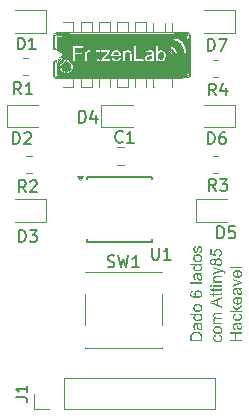
<source format=gbr>
%TF.GenerationSoftware,KiCad,Pcbnew,8.0.6*%
%TF.CreationDate,2024-11-07T13:03:47-03:00*%
%TF.ProjectId,dice-keychain,64696365-2d6b-4657-9963-6861696e2e6b,rev?*%
%TF.SameCoordinates,Original*%
%TF.FileFunction,Legend,Top*%
%TF.FilePolarity,Positive*%
%FSLAX46Y46*%
G04 Gerber Fmt 4.6, Leading zero omitted, Abs format (unit mm)*
G04 Created by KiCad (PCBNEW 8.0.6) date 2024-11-07 13:03:47*
%MOMM*%
%LPD*%
G01*
G04 APERTURE LIST*
%ADD10C,0.187500*%
%ADD11C,0.150000*%
%ADD12C,0.000000*%
%ADD13C,0.120000*%
G04 APERTURE END LIST*
D10*
G36*
X117805744Y-88660217D02*
G01*
X117859096Y-88664835D01*
X117909151Y-88672811D01*
X117961521Y-88685799D01*
X118009370Y-88701991D01*
X118056826Y-88722837D01*
X118102084Y-88749240D01*
X118109532Y-88754431D01*
X118149992Y-88786888D01*
X118185917Y-88824609D01*
X118201856Y-88846022D01*
X118226383Y-88889931D01*
X118244300Y-88936546D01*
X118252658Y-88966434D01*
X118262531Y-89017276D01*
X118267950Y-89067803D01*
X118269932Y-89116786D01*
X118270000Y-89128122D01*
X118270000Y-89491556D01*
X117253949Y-89491556D01*
X117253949Y-89146685D01*
X117371186Y-89146685D01*
X117371186Y-89358199D01*
X118152763Y-89358199D01*
X118152763Y-89143265D01*
X118151275Y-89090612D01*
X118146133Y-89040084D01*
X118135113Y-88990533D01*
X118133956Y-88986950D01*
X118114555Y-88941763D01*
X118085170Y-88900883D01*
X118080956Y-88896580D01*
X118040198Y-88863997D01*
X117994629Y-88839318D01*
X117951507Y-88822819D01*
X117903033Y-88809949D01*
X117849111Y-88801292D01*
X117796606Y-88797132D01*
X117754403Y-88796196D01*
X117696763Y-88798025D01*
X117644379Y-88803512D01*
X117589906Y-88814537D01*
X117542585Y-88830540D01*
X117507718Y-88848220D01*
X117463722Y-88879123D01*
X117428729Y-88913582D01*
X117400407Y-88956038D01*
X117392191Y-88974249D01*
X117379391Y-89023571D01*
X117373668Y-89072644D01*
X117371370Y-89124958D01*
X117371186Y-89146685D01*
X117253949Y-89146685D01*
X117253949Y-89144487D01*
X117254865Y-89089227D01*
X117258085Y-89035380D01*
X117264382Y-88985882D01*
X117268604Y-88965212D01*
X117284317Y-88913654D01*
X117306423Y-88867057D01*
X117334921Y-88825421D01*
X117341388Y-88817690D01*
X117377704Y-88780290D01*
X117418752Y-88747958D01*
X117464532Y-88720695D01*
X117515045Y-88698499D01*
X117562656Y-88683082D01*
X117613166Y-88671451D01*
X117666574Y-88663607D01*
X117722880Y-88659550D01*
X117756357Y-88658932D01*
X117805744Y-88660217D01*
G37*
G36*
X118270000Y-87996301D02*
G01*
X118221313Y-88013603D01*
X118177676Y-88020969D01*
X118208180Y-88059189D01*
X118235638Y-88100748D01*
X118258018Y-88145362D01*
X118261207Y-88153349D01*
X118276090Y-88202282D01*
X118284105Y-88253825D01*
X118285631Y-88289637D01*
X118282791Y-88339557D01*
X118272590Y-88390111D01*
X118252246Y-88438701D01*
X118226280Y-88474528D01*
X118185966Y-88508532D01*
X118139211Y-88529941D01*
X118086017Y-88538757D01*
X118074605Y-88539009D01*
X118025865Y-88533642D01*
X117978490Y-88516087D01*
X117975687Y-88514584D01*
X117935265Y-88486435D01*
X117903879Y-88450837D01*
X117878796Y-88405970D01*
X117862847Y-88361688D01*
X117852673Y-88312544D01*
X117845172Y-88260824D01*
X117844040Y-88251779D01*
X117837022Y-88198407D01*
X117828226Y-88143151D01*
X117817373Y-88089246D01*
X117804141Y-88040390D01*
X117801053Y-88031228D01*
X117898750Y-88031228D01*
X117914908Y-88079919D01*
X117926700Y-88128317D01*
X117936192Y-88177553D01*
X117944912Y-88233217D01*
X117953716Y-88284118D01*
X117966631Y-88332539D01*
X117970069Y-88341172D01*
X117999723Y-88381756D01*
X118010858Y-88390020D01*
X118058547Y-88406516D01*
X118070697Y-88407117D01*
X118119400Y-88396571D01*
X118154473Y-88369748D01*
X118178490Y-88326919D01*
X118187411Y-88277558D01*
X118187934Y-88260083D01*
X118183503Y-88208678D01*
X118168703Y-88158105D01*
X118156427Y-88133077D01*
X118126799Y-88092708D01*
X118086327Y-88060144D01*
X118069720Y-88051256D01*
X118021199Y-88036880D01*
X117969553Y-88031717D01*
X117944668Y-88031228D01*
X117898750Y-88031228D01*
X117801053Y-88031228D01*
X117768813Y-88030739D01*
X117718793Y-88035651D01*
X117673752Y-88055604D01*
X117663056Y-88065666D01*
X117637605Y-88107695D01*
X117624594Y-88157626D01*
X117621290Y-88206594D01*
X117624153Y-88256630D01*
X117635144Y-88304899D01*
X117650600Y-88335310D01*
X117687952Y-88369514D01*
X117736298Y-88391516D01*
X117754159Y-88396859D01*
X117737550Y-88517759D01*
X117689266Y-88503859D01*
X117644427Y-88483034D01*
X117616161Y-88463538D01*
X117582004Y-88427256D01*
X117556770Y-88383962D01*
X117544842Y-88354361D01*
X117530520Y-88302477D01*
X117522658Y-88250652D01*
X117519784Y-88200216D01*
X117519685Y-88188520D01*
X117521444Y-88138801D01*
X117527521Y-88090038D01*
X117540544Y-88040528D01*
X117541912Y-88036845D01*
X117563343Y-87991705D01*
X117595275Y-87952856D01*
X117597355Y-87951116D01*
X117640640Y-87925322D01*
X117682107Y-87912526D01*
X117733979Y-87907588D01*
X117786506Y-87906443D01*
X117796657Y-87906420D01*
X117962498Y-87906420D01*
X118013576Y-87906229D01*
X118066653Y-87905496D01*
X118117247Y-87903947D01*
X118168356Y-87900436D01*
X118181828Y-87898604D01*
X118229581Y-87885697D01*
X118270000Y-87867096D01*
X118270000Y-87996301D01*
G37*
G36*
X118270000Y-87245010D02*
G01*
X118177920Y-87245010D01*
X118219889Y-87278573D01*
X118251551Y-87318353D01*
X118272903Y-87364352D01*
X118283948Y-87416568D01*
X118285631Y-87449197D01*
X118280908Y-87502334D01*
X118266740Y-87552752D01*
X118243127Y-87600451D01*
X118237271Y-87609665D01*
X118207054Y-87648154D01*
X118170810Y-87681466D01*
X118128538Y-87709600D01*
X118102449Y-87722993D01*
X118051648Y-87742356D01*
X118003086Y-87754248D01*
X117951318Y-87761132D01*
X117903391Y-87763049D01*
X117849825Y-87760775D01*
X117798794Y-87753951D01*
X117750297Y-87742578D01*
X117704333Y-87726657D01*
X117657353Y-87703308D01*
X117616981Y-87674201D01*
X117579872Y-87635108D01*
X117567313Y-87617480D01*
X117542197Y-87570297D01*
X117526383Y-87519726D01*
X117519872Y-87465768D01*
X117519685Y-87454570D01*
X117520783Y-87442847D01*
X117621290Y-87442847D01*
X117627921Y-87491795D01*
X117650532Y-87539523D01*
X117685013Y-87577352D01*
X117689190Y-87580844D01*
X117733448Y-87607527D01*
X117783201Y-87623914D01*
X117834774Y-87632593D01*
X117884952Y-87635827D01*
X117902903Y-87636043D01*
X117953418Y-87633965D01*
X118005993Y-87626288D01*
X118057692Y-87610588D01*
X118105161Y-87584093D01*
X118114173Y-87576936D01*
X118151009Y-87537919D01*
X118174203Y-87494752D01*
X118183958Y-87442475D01*
X118184026Y-87437473D01*
X118176147Y-87384611D01*
X118152510Y-87337521D01*
X118117348Y-87299720D01*
X118074159Y-87272329D01*
X118026459Y-87255507D01*
X117977534Y-87246598D01*
X117921900Y-87243111D01*
X117913405Y-87243056D01*
X117859627Y-87245091D01*
X117804026Y-87252609D01*
X117756116Y-87265668D01*
X117710779Y-87287375D01*
X117691877Y-87300942D01*
X117654653Y-87339567D01*
X117631217Y-87383393D01*
X117621566Y-87432418D01*
X117621290Y-87442847D01*
X117520783Y-87442847D01*
X117524482Y-87403368D01*
X117540377Y-87353546D01*
X117548750Y-87337090D01*
X117577381Y-87295689D01*
X117612837Y-87261676D01*
X117624221Y-87253314D01*
X117253949Y-87253314D01*
X117253949Y-87130460D01*
X118270000Y-87130460D01*
X118270000Y-87245010D01*
G37*
G36*
X117943310Y-86303718D02*
G01*
X117997345Y-86309206D01*
X118045605Y-86318738D01*
X118093691Y-86334583D01*
X118114905Y-86344487D01*
X118157658Y-86371307D01*
X118194693Y-86404233D01*
X118226008Y-86443263D01*
X118240935Y-86467585D01*
X118262541Y-86514101D01*
X118277076Y-86562974D01*
X118284540Y-86614204D01*
X118285631Y-86643684D01*
X118282162Y-86699051D01*
X118271755Y-86750296D01*
X118254410Y-86797420D01*
X118230127Y-86840422D01*
X118198906Y-86879302D01*
X118186957Y-86891346D01*
X118146897Y-86923469D01*
X118100724Y-86948946D01*
X118048437Y-86967776D01*
X118000194Y-86978391D01*
X117947706Y-86984391D01*
X117902658Y-86985868D01*
X117853440Y-86984105D01*
X117796542Y-86976942D01*
X117744785Y-86964270D01*
X117698168Y-86946088D01*
X117649012Y-86916996D01*
X117607258Y-86879970D01*
X117601018Y-86873028D01*
X117569327Y-86829913D01*
X117545420Y-86782848D01*
X117529296Y-86731833D01*
X117520956Y-86676867D01*
X117519685Y-86643684D01*
X117621290Y-86643684D01*
X117626816Y-86693379D01*
X117645917Y-86742705D01*
X117678660Y-86785829D01*
X117691144Y-86797557D01*
X117736097Y-86827074D01*
X117785560Y-86845201D01*
X117836178Y-86854801D01*
X117885016Y-86858379D01*
X117902414Y-86858618D01*
X117952864Y-86856471D01*
X118005427Y-86848540D01*
X118057199Y-86832321D01*
X118100117Y-86808469D01*
X118113928Y-86797557D01*
X118147813Y-86760699D01*
X118172457Y-86713854D01*
X118183410Y-86660807D01*
X118184026Y-86643684D01*
X118178443Y-86594343D01*
X118159142Y-86545275D01*
X118126054Y-86502265D01*
X118113440Y-86490544D01*
X118067881Y-86461027D01*
X118017556Y-86442900D01*
X117965932Y-86433299D01*
X117916047Y-86429722D01*
X117898262Y-86429483D01*
X117849398Y-86431647D01*
X117798294Y-86439641D01*
X117747675Y-86455990D01*
X117700654Y-86483579D01*
X117691632Y-86491032D01*
X117657629Y-86527893D01*
X117632900Y-86574423D01*
X117621909Y-86626821D01*
X117621290Y-86643684D01*
X117519685Y-86643684D01*
X117523172Y-86589196D01*
X117533630Y-86538572D01*
X117551061Y-86491812D01*
X117575464Y-86448916D01*
X117606840Y-86409884D01*
X117618848Y-86397732D01*
X117658604Y-86365277D01*
X117703684Y-86339537D01*
X117754088Y-86320512D01*
X117809815Y-86308201D01*
X117860322Y-86303072D01*
X117892400Y-86302233D01*
X117943310Y-86303718D01*
G37*
G36*
X117992916Y-85150454D02*
G01*
X118043230Y-85160191D01*
X118091457Y-85176420D01*
X118117348Y-85188241D01*
X118160221Y-85213619D01*
X118200788Y-85247527D01*
X118233914Y-85287445D01*
X118242400Y-85300593D01*
X118265198Y-85347051D01*
X118279552Y-85397278D01*
X118285462Y-85451274D01*
X118285631Y-85462526D01*
X118281621Y-85518494D01*
X118269591Y-85570443D01*
X118249541Y-85618374D01*
X118221471Y-85662286D01*
X118185382Y-85702179D01*
X118171570Y-85714584D01*
X118123602Y-85747703D01*
X118075692Y-85770068D01*
X118020566Y-85787674D01*
X117971271Y-85798333D01*
X117917359Y-85805946D01*
X117858828Y-85810514D01*
X117795680Y-85812037D01*
X117742175Y-85811091D01*
X117691478Y-85808250D01*
X117628250Y-85801519D01*
X117570013Y-85791421D01*
X117516768Y-85777957D01*
X117468515Y-85761127D01*
X117415218Y-85735356D01*
X117369720Y-85704326D01*
X117330376Y-85666762D01*
X117299172Y-85624596D01*
X117276109Y-85577827D01*
X117261185Y-85526456D01*
X117254401Y-85470483D01*
X117253949Y-85450802D01*
X117257210Y-85400832D01*
X117268922Y-85348789D01*
X117289152Y-85302150D01*
X117317901Y-85260915D01*
X117322093Y-85256140D01*
X117359294Y-85221962D01*
X117402998Y-85195385D01*
X117453206Y-85176410D01*
X117502471Y-85166044D01*
X117509916Y-85165038D01*
X117519685Y-85287892D01*
X117469036Y-85302272D01*
X117424530Y-85323910D01*
X117410265Y-85334787D01*
X117376926Y-85375636D01*
X117358974Y-85423080D01*
X117355554Y-85458374D01*
X117361772Y-85507334D01*
X117382233Y-85553670D01*
X117388039Y-85562177D01*
X117421480Y-85599394D01*
X117464042Y-85630781D01*
X117510648Y-85654256D01*
X117561278Y-85670547D01*
X117615396Y-85680779D01*
X117669788Y-85686451D01*
X117721637Y-85688875D01*
X117739993Y-85689183D01*
X117699755Y-85656117D01*
X117667368Y-85618375D01*
X117644738Y-85580006D01*
X117625687Y-85530639D01*
X117615429Y-85479623D01*
X117614855Y-85469364D01*
X117715080Y-85469364D01*
X117721067Y-85519243D01*
X117741482Y-85568380D01*
X117772613Y-85607841D01*
X117776385Y-85611514D01*
X117818445Y-85642297D01*
X117867995Y-85661679D01*
X117918993Y-85669375D01*
X117937341Y-85669888D01*
X117989399Y-85665413D01*
X118039603Y-85651990D01*
X118062149Y-85642777D01*
X118105894Y-85617202D01*
X118142546Y-85581726D01*
X118153007Y-85567062D01*
X118175272Y-85520193D01*
X118183905Y-85471177D01*
X118184026Y-85464480D01*
X118176407Y-85413315D01*
X118153549Y-85367287D01*
X118119546Y-85329902D01*
X118074714Y-85300149D01*
X118026616Y-85282793D01*
X117977699Y-85274859D01*
X117944180Y-85273482D01*
X117893759Y-85276962D01*
X117843786Y-85289198D01*
X117796646Y-85313126D01*
X117776385Y-85329169D01*
X117744056Y-85366788D01*
X117722324Y-85414671D01*
X117715140Y-85464111D01*
X117715080Y-85469364D01*
X117614855Y-85469364D01*
X117613475Y-85444696D01*
X117617846Y-85392296D01*
X117630959Y-85343450D01*
X117652815Y-85298156D01*
X117683412Y-85256415D01*
X117704822Y-85234159D01*
X117747238Y-85200278D01*
X117794774Y-85174720D01*
X117847430Y-85157483D01*
X117896637Y-85149331D01*
X117940516Y-85147208D01*
X117992916Y-85150454D01*
G37*
G36*
X118270000Y-84607676D02*
G01*
X117253949Y-84607676D01*
X117253949Y-84483845D01*
X118270000Y-84483845D01*
X118270000Y-84607676D01*
G37*
G36*
X118270000Y-83793370D02*
G01*
X118221313Y-83810672D01*
X118177676Y-83818039D01*
X118208180Y-83856258D01*
X118235638Y-83897817D01*
X118258018Y-83942431D01*
X118261207Y-83950418D01*
X118276090Y-83999351D01*
X118284105Y-84050894D01*
X118285631Y-84086706D01*
X118282791Y-84136626D01*
X118272590Y-84187180D01*
X118252246Y-84235770D01*
X118226280Y-84271598D01*
X118185966Y-84305601D01*
X118139211Y-84327010D01*
X118086017Y-84335826D01*
X118074605Y-84336078D01*
X118025865Y-84330711D01*
X117978490Y-84313156D01*
X117975687Y-84311653D01*
X117935265Y-84283504D01*
X117903879Y-84247906D01*
X117878796Y-84203039D01*
X117862847Y-84158757D01*
X117852673Y-84109613D01*
X117845172Y-84057893D01*
X117844040Y-84048848D01*
X117837022Y-83995476D01*
X117828226Y-83940220D01*
X117817373Y-83886315D01*
X117804141Y-83837459D01*
X117801053Y-83828297D01*
X117898750Y-83828297D01*
X117914908Y-83876988D01*
X117926700Y-83925386D01*
X117936192Y-83974622D01*
X117944912Y-84030286D01*
X117953716Y-84081187D01*
X117966631Y-84129608D01*
X117970069Y-84138241D01*
X117999723Y-84178825D01*
X118010858Y-84187090D01*
X118058547Y-84203585D01*
X118070697Y-84204187D01*
X118119400Y-84193640D01*
X118154473Y-84166817D01*
X118178490Y-84123988D01*
X118187411Y-84074627D01*
X118187934Y-84057152D01*
X118183503Y-84005747D01*
X118168703Y-83955174D01*
X118156427Y-83930146D01*
X118126799Y-83889778D01*
X118086327Y-83857213D01*
X118069720Y-83848325D01*
X118021199Y-83833949D01*
X117969553Y-83828786D01*
X117944668Y-83828297D01*
X117898750Y-83828297D01*
X117801053Y-83828297D01*
X117768813Y-83827808D01*
X117718793Y-83832720D01*
X117673752Y-83852673D01*
X117663056Y-83862735D01*
X117637605Y-83904764D01*
X117624594Y-83954696D01*
X117621290Y-84003663D01*
X117624153Y-84053700D01*
X117635144Y-84101968D01*
X117650600Y-84132379D01*
X117687952Y-84166583D01*
X117736298Y-84188586D01*
X117754159Y-84193928D01*
X117737550Y-84314829D01*
X117689266Y-84300928D01*
X117644427Y-84280103D01*
X117616161Y-84260607D01*
X117582004Y-84224325D01*
X117556770Y-84181031D01*
X117544842Y-84151430D01*
X117530520Y-84099546D01*
X117522658Y-84047721D01*
X117519784Y-83997285D01*
X117519685Y-83985589D01*
X117521444Y-83935870D01*
X117527521Y-83887108D01*
X117540544Y-83837597D01*
X117541912Y-83833914D01*
X117563343Y-83788774D01*
X117595275Y-83749925D01*
X117597355Y-83748185D01*
X117640640Y-83722391D01*
X117682107Y-83709595D01*
X117733979Y-83704657D01*
X117786506Y-83703513D01*
X117796657Y-83703489D01*
X117962498Y-83703489D01*
X118013576Y-83703298D01*
X118066653Y-83702565D01*
X118117247Y-83701016D01*
X118168356Y-83697505D01*
X118181828Y-83695673D01*
X118229581Y-83682766D01*
X118270000Y-83664166D01*
X118270000Y-83793370D01*
G37*
G36*
X118270000Y-83042079D02*
G01*
X118177920Y-83042079D01*
X118219889Y-83075642D01*
X118251551Y-83115423D01*
X118272903Y-83161421D01*
X118283948Y-83213637D01*
X118285631Y-83246266D01*
X118280908Y-83299403D01*
X118266740Y-83349821D01*
X118243127Y-83397520D01*
X118237271Y-83406734D01*
X118207054Y-83445223D01*
X118170810Y-83478535D01*
X118128538Y-83506669D01*
X118102449Y-83520062D01*
X118051648Y-83539425D01*
X118003086Y-83551317D01*
X117951318Y-83558201D01*
X117903391Y-83560118D01*
X117849825Y-83557844D01*
X117798794Y-83551020D01*
X117750297Y-83539648D01*
X117704333Y-83523726D01*
X117657353Y-83500377D01*
X117616981Y-83471270D01*
X117579872Y-83432177D01*
X117567313Y-83414549D01*
X117542197Y-83367366D01*
X117526383Y-83316795D01*
X117519872Y-83262837D01*
X117519685Y-83251639D01*
X117520783Y-83239916D01*
X117621290Y-83239916D01*
X117627921Y-83288865D01*
X117650532Y-83336592D01*
X117685013Y-83374421D01*
X117689190Y-83377913D01*
X117733448Y-83404596D01*
X117783201Y-83420983D01*
X117834774Y-83429662D01*
X117884952Y-83432896D01*
X117902903Y-83433112D01*
X117953418Y-83431034D01*
X118005993Y-83423357D01*
X118057692Y-83407657D01*
X118105161Y-83381163D01*
X118114173Y-83374005D01*
X118151009Y-83334988D01*
X118174203Y-83291821D01*
X118183958Y-83239544D01*
X118184026Y-83234542D01*
X118176147Y-83181680D01*
X118152510Y-83134590D01*
X118117348Y-83096789D01*
X118074159Y-83069398D01*
X118026459Y-83052576D01*
X117977534Y-83043667D01*
X117921900Y-83040180D01*
X117913405Y-83040125D01*
X117859627Y-83042160D01*
X117804026Y-83049678D01*
X117756116Y-83062737D01*
X117710779Y-83084444D01*
X117691877Y-83098011D01*
X117654653Y-83136636D01*
X117631217Y-83180462D01*
X117621566Y-83229487D01*
X117621290Y-83239916D01*
X117520783Y-83239916D01*
X117524482Y-83200437D01*
X117540377Y-83150615D01*
X117548750Y-83134159D01*
X117577381Y-83092758D01*
X117612837Y-83058745D01*
X117624221Y-83050383D01*
X117253949Y-83050383D01*
X117253949Y-82927529D01*
X118270000Y-82927529D01*
X118270000Y-83042079D01*
G37*
G36*
X117943310Y-82100787D02*
G01*
X117997345Y-82106275D01*
X118045605Y-82115807D01*
X118093691Y-82131652D01*
X118114905Y-82141556D01*
X118157658Y-82168376D01*
X118194693Y-82201302D01*
X118226008Y-82240332D01*
X118240935Y-82264654D01*
X118262541Y-82311170D01*
X118277076Y-82360043D01*
X118284540Y-82411273D01*
X118285631Y-82440753D01*
X118282162Y-82496120D01*
X118271755Y-82547365D01*
X118254410Y-82594489D01*
X118230127Y-82637491D01*
X118198906Y-82676371D01*
X118186957Y-82688415D01*
X118146897Y-82720538D01*
X118100724Y-82746015D01*
X118048437Y-82764845D01*
X118000194Y-82775461D01*
X117947706Y-82781460D01*
X117902658Y-82782937D01*
X117853440Y-82781174D01*
X117796542Y-82774012D01*
X117744785Y-82761339D01*
X117698168Y-82743157D01*
X117649012Y-82714065D01*
X117607258Y-82677040D01*
X117601018Y-82670097D01*
X117569327Y-82626982D01*
X117545420Y-82579917D01*
X117529296Y-82528902D01*
X117520956Y-82473936D01*
X117519685Y-82440753D01*
X117621290Y-82440753D01*
X117626816Y-82490448D01*
X117645917Y-82539774D01*
X117678660Y-82582898D01*
X117691144Y-82594626D01*
X117736097Y-82624143D01*
X117785560Y-82642270D01*
X117836178Y-82651871D01*
X117885016Y-82655448D01*
X117902414Y-82655687D01*
X117952864Y-82653540D01*
X118005427Y-82645609D01*
X118057199Y-82629390D01*
X118100117Y-82605538D01*
X118113928Y-82594626D01*
X118147813Y-82557768D01*
X118172457Y-82510923D01*
X118183410Y-82457876D01*
X118184026Y-82440753D01*
X118178443Y-82391412D01*
X118159142Y-82342344D01*
X118126054Y-82299334D01*
X118113440Y-82287613D01*
X118067881Y-82258096D01*
X118017556Y-82239969D01*
X117965932Y-82230368D01*
X117916047Y-82226791D01*
X117898262Y-82226552D01*
X117849398Y-82228716D01*
X117798294Y-82236710D01*
X117747675Y-82253059D01*
X117700654Y-82280648D01*
X117691632Y-82288101D01*
X117657629Y-82324962D01*
X117632900Y-82371492D01*
X117621909Y-82423890D01*
X117621290Y-82440753D01*
X117519685Y-82440753D01*
X117523172Y-82386265D01*
X117533630Y-82335641D01*
X117551061Y-82288881D01*
X117575464Y-82245985D01*
X117606840Y-82206953D01*
X117618848Y-82194801D01*
X117658604Y-82162346D01*
X117703684Y-82136606D01*
X117754088Y-82117581D01*
X117809815Y-82105270D01*
X117860322Y-82100141D01*
X117892400Y-82099302D01*
X117943310Y-82100787D01*
G37*
G36*
X118054577Y-82007711D02*
G01*
X118035526Y-81885345D01*
X118084676Y-81872499D01*
X118127302Y-81846955D01*
X118145680Y-81828192D01*
X118170508Y-81783724D01*
X118182191Y-81731729D01*
X118184026Y-81696545D01*
X118180615Y-81647563D01*
X118167518Y-81600119D01*
X118149099Y-81570027D01*
X118110875Y-81539070D01*
X118066545Y-81528750D01*
X118018765Y-81544528D01*
X117999867Y-81565387D01*
X117979670Y-81613676D01*
X117965406Y-81661980D01*
X117957613Y-81691660D01*
X117945025Y-81739740D01*
X117931164Y-81788410D01*
X117914647Y-81839238D01*
X117898018Y-81880216D01*
X117870247Y-81923865D01*
X117831397Y-81958120D01*
X117828653Y-81959839D01*
X117781880Y-81980172D01*
X117730467Y-81986950D01*
X117680564Y-81980677D01*
X117639853Y-81964724D01*
X117599544Y-81936490D01*
X117570732Y-81903907D01*
X117546537Y-81859677D01*
X117534584Y-81825261D01*
X117523890Y-81776993D01*
X117519744Y-81725613D01*
X117519685Y-81718527D01*
X117522071Y-81666869D01*
X117530204Y-81614838D01*
X117544110Y-81567829D01*
X117566816Y-81520645D01*
X117597671Y-81482364D01*
X117610300Y-81471842D01*
X117655680Y-81447055D01*
X117705081Y-81432519D01*
X117722163Y-81429344D01*
X117738527Y-81550244D01*
X117689373Y-81566181D01*
X117652309Y-81597871D01*
X117630045Y-81642103D01*
X117621775Y-81691985D01*
X117621290Y-81709490D01*
X117624638Y-81762321D01*
X117637227Y-81809874D01*
X117649623Y-81831123D01*
X117688854Y-81862398D01*
X117716057Y-81867515D01*
X117759532Y-81852372D01*
X117789345Y-81812782D01*
X117792749Y-81804989D01*
X117807242Y-81757545D01*
X117821457Y-81706858D01*
X117824501Y-81695812D01*
X117839280Y-81642229D01*
X117854683Y-81590293D01*
X117870113Y-81543726D01*
X117882142Y-81512875D01*
X117907662Y-81469040D01*
X117944703Y-81433167D01*
X117947355Y-81431297D01*
X117991987Y-81410085D01*
X118041876Y-81402004D01*
X118053600Y-81401744D01*
X118102995Y-81407710D01*
X118149971Y-81425607D01*
X118170837Y-81437892D01*
X118208401Y-81469354D01*
X118239026Y-81509883D01*
X118255589Y-81541939D01*
X118272693Y-81590756D01*
X118282081Y-81638841D01*
X118285602Y-81690457D01*
X118285631Y-81695812D01*
X118283587Y-81746740D01*
X118276037Y-81800143D01*
X118260597Y-81853247D01*
X118237890Y-81897894D01*
X118227501Y-81912456D01*
X118190222Y-81950108D01*
X118144056Y-81979260D01*
X118095559Y-81998036D01*
X118054577Y-82007711D01*
G37*
G36*
X119684263Y-89031158D02*
G01*
X119700139Y-88909525D01*
X119752053Y-88921256D01*
X119798801Y-88938924D01*
X119845901Y-88966386D01*
X119886255Y-89001603D01*
X119895289Y-89011618D01*
X119926064Y-89055002D01*
X119948046Y-89103087D01*
X119961235Y-89155874D01*
X119965562Y-89205920D01*
X119965631Y-89213363D01*
X119962179Y-89267448D01*
X119951824Y-89317411D01*
X119934564Y-89363252D01*
X119905703Y-89411524D01*
X119873486Y-89448435D01*
X119867445Y-89454187D01*
X119827537Y-89485064D01*
X119781636Y-89509553D01*
X119729741Y-89527654D01*
X119681917Y-89537858D01*
X119629931Y-89543625D01*
X119585345Y-89545045D01*
X119534839Y-89543175D01*
X119480609Y-89536458D01*
X119430104Y-89524857D01*
X119383324Y-89508370D01*
X119377739Y-89505966D01*
X119331128Y-89480640D01*
X119291589Y-89448899D01*
X119259120Y-89410744D01*
X119244138Y-89386775D01*
X119222650Y-89340611D01*
X119208194Y-89292245D01*
X119200771Y-89241676D01*
X119199685Y-89212630D01*
X119202572Y-89162672D01*
X119212941Y-89110671D01*
X119230851Y-89064104D01*
X119260013Y-89018213D01*
X119297947Y-88979932D01*
X119343879Y-88950267D01*
X119391423Y-88931132D01*
X119431228Y-88921249D01*
X119449790Y-89041416D01*
X119403269Y-89056455D01*
X119359527Y-89082266D01*
X119338660Y-89102477D01*
X119311837Y-89147260D01*
X119301619Y-89196320D01*
X119301290Y-89207745D01*
X119306623Y-89257582D01*
X119325056Y-89306431D01*
X119356654Y-89348410D01*
X119368702Y-89359665D01*
X119412822Y-89387882D01*
X119462453Y-89405212D01*
X119513919Y-89414390D01*
X119564005Y-89417811D01*
X119581926Y-89418039D01*
X119634588Y-89416055D01*
X119688842Y-89408727D01*
X119741373Y-89393740D01*
X119788392Y-89368451D01*
X119797103Y-89361618D01*
X119832395Y-89323017D01*
X119854615Y-89277736D01*
X119863765Y-89225777D01*
X119864026Y-89214584D01*
X119857844Y-89163396D01*
X119837193Y-89115617D01*
X119820062Y-89093196D01*
X119780243Y-89061574D01*
X119732035Y-89041398D01*
X119684263Y-89031158D01*
G37*
G36*
X119623310Y-88171687D02*
G01*
X119677345Y-88177175D01*
X119725605Y-88186707D01*
X119773691Y-88202553D01*
X119794905Y-88212456D01*
X119837658Y-88239276D01*
X119874693Y-88272202D01*
X119906008Y-88311233D01*
X119920935Y-88335554D01*
X119942541Y-88382070D01*
X119957076Y-88430944D01*
X119964540Y-88482174D01*
X119965631Y-88511653D01*
X119962162Y-88567020D01*
X119951755Y-88618265D01*
X119934410Y-88665389D01*
X119910127Y-88708391D01*
X119878906Y-88747271D01*
X119866957Y-88759316D01*
X119826897Y-88791438D01*
X119780724Y-88816915D01*
X119728437Y-88835746D01*
X119680194Y-88846361D01*
X119627706Y-88852361D01*
X119582658Y-88853838D01*
X119533440Y-88852074D01*
X119476542Y-88844912D01*
X119424785Y-88832239D01*
X119378168Y-88814057D01*
X119329012Y-88784965D01*
X119287258Y-88747940D01*
X119281018Y-88740997D01*
X119249327Y-88697883D01*
X119225420Y-88650817D01*
X119209296Y-88599802D01*
X119200956Y-88544836D01*
X119199685Y-88511653D01*
X119301290Y-88511653D01*
X119306816Y-88561349D01*
X119325917Y-88610674D01*
X119358660Y-88653798D01*
X119371144Y-88665526D01*
X119416097Y-88695043D01*
X119465560Y-88713170D01*
X119516178Y-88722771D01*
X119565016Y-88726349D01*
X119582414Y-88726587D01*
X119632864Y-88724440D01*
X119685427Y-88716510D01*
X119737199Y-88700290D01*
X119780117Y-88676439D01*
X119793928Y-88665526D01*
X119827813Y-88628668D01*
X119852457Y-88581823D01*
X119863410Y-88528777D01*
X119864026Y-88511653D01*
X119858443Y-88462312D01*
X119839142Y-88413244D01*
X119806054Y-88370235D01*
X119793440Y-88358513D01*
X119747881Y-88328996D01*
X119697556Y-88310869D01*
X119645932Y-88301269D01*
X119596047Y-88297691D01*
X119578262Y-88297452D01*
X119529398Y-88299616D01*
X119478294Y-88307610D01*
X119427675Y-88323959D01*
X119380654Y-88351548D01*
X119371632Y-88359002D01*
X119337629Y-88395862D01*
X119312900Y-88442392D01*
X119301909Y-88494790D01*
X119301290Y-88511653D01*
X119199685Y-88511653D01*
X119203172Y-88457165D01*
X119213630Y-88406541D01*
X119231061Y-88359781D01*
X119255464Y-88316885D01*
X119286840Y-88277853D01*
X119298848Y-88265701D01*
X119338604Y-88233246D01*
X119383684Y-88207506D01*
X119434088Y-88188481D01*
X119489815Y-88176171D01*
X119540322Y-88171041D01*
X119572400Y-88170202D01*
X119623310Y-88171687D01*
G37*
G36*
X119950000Y-88029030D02*
G01*
X119215317Y-88029030D01*
X119215317Y-87918387D01*
X119316922Y-87918387D01*
X119277443Y-87886856D01*
X119244737Y-87847827D01*
X119231926Y-87827285D01*
X119212279Y-87782222D01*
X119201700Y-87732763D01*
X119199685Y-87697348D01*
X119203611Y-87645063D01*
X119216845Y-87595924D01*
X119232903Y-87564480D01*
X119267063Y-87524849D01*
X119311415Y-87497000D01*
X119325959Y-87491207D01*
X119283046Y-87456946D01*
X119249011Y-87419010D01*
X119220526Y-87370107D01*
X119204125Y-87316201D01*
X119199685Y-87266015D01*
X119203471Y-87214815D01*
X119216781Y-87164734D01*
X119242808Y-87118423D01*
X119260258Y-87098953D01*
X119304355Y-87068170D01*
X119354973Y-87050213D01*
X119408661Y-87042004D01*
X119446371Y-87040579D01*
X119950000Y-87040579D01*
X119950000Y-87163677D01*
X119486182Y-87163677D01*
X119435887Y-87165360D01*
X119387314Y-87172840D01*
X119378471Y-87175645D01*
X119337760Y-87203069D01*
X119325471Y-87219364D01*
X119307594Y-87265451D01*
X119305198Y-87293370D01*
X119311317Y-87343176D01*
X119331948Y-87390465D01*
X119356978Y-87421109D01*
X119399768Y-87450033D01*
X119451440Y-87465909D01*
X119501537Y-87471465D01*
X119522330Y-87471912D01*
X119950000Y-87471912D01*
X119950000Y-87595743D01*
X119471528Y-87595743D01*
X119419342Y-87599321D01*
X119370320Y-87612779D01*
X119346964Y-87626029D01*
X119315640Y-87665718D01*
X119305362Y-87716275D01*
X119305198Y-87724703D01*
X119312159Y-87775017D01*
X119333042Y-87821423D01*
X119367114Y-87859586D01*
X119410813Y-87884384D01*
X119414131Y-87885659D01*
X119465212Y-87898468D01*
X119515148Y-87903878D01*
X119568004Y-87905443D01*
X119950000Y-87905443D01*
X119950000Y-88029030D01*
G37*
G36*
X119950000Y-85856001D02*
G01*
X119637369Y-85973482D01*
X119637369Y-86394556D01*
X119950000Y-86505198D01*
X119950000Y-86646615D01*
X118933949Y-86259979D01*
X118933949Y-86191346D01*
X119039706Y-86191346D01*
X119088097Y-86201879D01*
X119136304Y-86214427D01*
X119184329Y-86228990D01*
X119232170Y-86245568D01*
X119527948Y-86356210D01*
X119527948Y-86014759D01*
X119248778Y-86119783D01*
X119202656Y-86136959D01*
X119152885Y-86154806D01*
X119101327Y-86172311D01*
X119050112Y-86188319D01*
X119039706Y-86191346D01*
X118933949Y-86191346D01*
X118933949Y-86116364D01*
X119950000Y-85704326D01*
X119950000Y-85856001D01*
G37*
G36*
X119836671Y-85348953D02*
G01*
X119950000Y-85331123D01*
X119961723Y-85380582D01*
X119965631Y-85424424D01*
X119962084Y-85474197D01*
X119947979Y-85521733D01*
X119944138Y-85528960D01*
X119911718Y-85566779D01*
X119887229Y-85581228D01*
X119837137Y-85591922D01*
X119784720Y-85595414D01*
X119738974Y-85596127D01*
X119313014Y-85596127D01*
X119313014Y-85686985D01*
X119215317Y-85686985D01*
X119215317Y-85596127D01*
X119037997Y-85596127D01*
X118965212Y-85473272D01*
X119215317Y-85473272D01*
X119215317Y-85348953D01*
X119313014Y-85348953D01*
X119313014Y-85473272D01*
X119748988Y-85473272D01*
X119799685Y-85471034D01*
X119818597Y-85466922D01*
X119843265Y-85445673D01*
X119852302Y-85403175D01*
X119839464Y-85355157D01*
X119836671Y-85348953D01*
G37*
G36*
X119836671Y-84960118D02*
G01*
X119950000Y-84942288D01*
X119961723Y-84991748D01*
X119965631Y-85035589D01*
X119962084Y-85085362D01*
X119947979Y-85132898D01*
X119944138Y-85140125D01*
X119911718Y-85177945D01*
X119887229Y-85192393D01*
X119837137Y-85203087D01*
X119784720Y-85206579D01*
X119738974Y-85207292D01*
X119313014Y-85207292D01*
X119313014Y-85298150D01*
X119215317Y-85298150D01*
X119215317Y-85207292D01*
X119037997Y-85207292D01*
X118965212Y-85084438D01*
X119215317Y-85084438D01*
X119215317Y-84960118D01*
X119313014Y-84960118D01*
X119313014Y-85084438D01*
X119748988Y-85084438D01*
X119799685Y-85082199D01*
X119818597Y-85078087D01*
X119843265Y-85056838D01*
X119852302Y-85014340D01*
X119839464Y-84966322D01*
X119836671Y-84960118D01*
G37*
G36*
X119074633Y-84840439D02*
G01*
X118933949Y-84840439D01*
X118933949Y-84716852D01*
X119074633Y-84716852D01*
X119074633Y-84840439D01*
G37*
G36*
X119950000Y-84840439D02*
G01*
X119215317Y-84840439D01*
X119215317Y-84716852D01*
X119950000Y-84716852D01*
X119950000Y-84840439D01*
G37*
G36*
X119950000Y-84530495D02*
G01*
X119215317Y-84530495D01*
X119215317Y-84419364D01*
X119318387Y-84419364D01*
X119278047Y-84386715D01*
X119246053Y-84349034D01*
X119219276Y-84298713D01*
X119205366Y-84250130D01*
X119199801Y-84196515D01*
X119199685Y-84187090D01*
X119203636Y-84135282D01*
X119215487Y-84087022D01*
X119223621Y-84065945D01*
X119247250Y-84022809D01*
X119281352Y-83986676D01*
X119286147Y-83983147D01*
X119331286Y-83958510D01*
X119377983Y-83944556D01*
X119429256Y-83939220D01*
X119483129Y-83937778D01*
X119498883Y-83937718D01*
X119950000Y-83937718D01*
X119950000Y-84061304D01*
X119502058Y-84061304D01*
X119450332Y-84063331D01*
X119400937Y-84071563D01*
X119388241Y-84075715D01*
X119346930Y-84102505D01*
X119327913Y-84127006D01*
X119309546Y-84172318D01*
X119305198Y-84213224D01*
X119311173Y-84264921D01*
X119329095Y-84311539D01*
X119355757Y-84349511D01*
X119396252Y-84379779D01*
X119447912Y-84397435D01*
X119498056Y-84404890D01*
X119547976Y-84406908D01*
X119950000Y-84406908D01*
X119950000Y-84530495D01*
G37*
G36*
X120232344Y-83757466D02*
G01*
X120118771Y-83771144D01*
X120128464Y-83722347D01*
X120129762Y-83700314D01*
X120123067Y-83651628D01*
X120115596Y-83634612D01*
X120082204Y-83597934D01*
X120076029Y-83593824D01*
X120029985Y-83573750D01*
X119981018Y-83556210D01*
X119950000Y-83545219D01*
X119215317Y-83821946D01*
X119215317Y-83688834D01*
X119640544Y-83536915D01*
X119686676Y-83520774D01*
X119734121Y-83505600D01*
X119782881Y-83491391D01*
X119810537Y-83483914D01*
X119762643Y-83471305D01*
X119715405Y-83457382D01*
X119668825Y-83442145D01*
X119643230Y-83433112D01*
X119215317Y-83277285D01*
X119215317Y-83153698D01*
X119961723Y-83431158D01*
X120011006Y-83449754D01*
X120058484Y-83468660D01*
X120104566Y-83488772D01*
X120128053Y-83500523D01*
X120169578Y-83526626D01*
X120206303Y-83560553D01*
X120218178Y-83576238D01*
X120239794Y-83622889D01*
X120246971Y-83674165D01*
X120246999Y-83677843D01*
X120240688Y-83728223D01*
X120232344Y-83757466D01*
G37*
G36*
X119715749Y-82429004D02*
G01*
X119766244Y-82442117D01*
X119812788Y-82463973D01*
X119855382Y-82494571D01*
X119877948Y-82515980D01*
X119912113Y-82558702D01*
X119937888Y-82606941D01*
X119955270Y-82660697D01*
X119963490Y-82711163D01*
X119965631Y-82756315D01*
X119962540Y-82810168D01*
X119953266Y-82859985D01*
X119934633Y-82913004D01*
X119907585Y-82960530D01*
X119877704Y-82996894D01*
X119837048Y-83032487D01*
X119792232Y-83059338D01*
X119743255Y-83077447D01*
X119690117Y-83086814D01*
X119657885Y-83088241D01*
X119605305Y-83084300D01*
X119557747Y-83072476D01*
X119510797Y-83050093D01*
X119493754Y-83038415D01*
X119456512Y-83003148D01*
X119427522Y-82959628D01*
X119408488Y-82913404D01*
X119403628Y-82896510D01*
X119381264Y-82944700D01*
X119350283Y-82986540D01*
X119322540Y-83010572D01*
X119276249Y-83034609D01*
X119227436Y-83045920D01*
X119196266Y-83047697D01*
X119142930Y-83042766D01*
X119094050Y-83027974D01*
X119049629Y-83003321D01*
X119009665Y-82968806D01*
X118976539Y-82925987D01*
X118952878Y-82876666D01*
X118939938Y-82828175D01*
X118934245Y-82774705D01*
X118933949Y-82758513D01*
X118934047Y-82757048D01*
X119035554Y-82757048D01*
X119042011Y-82806770D01*
X119063580Y-82852962D01*
X119081472Y-82874528D01*
X119121803Y-82904733D01*
X119171999Y-82920040D01*
X119191625Y-82921179D01*
X119242287Y-82914722D01*
X119288720Y-82893153D01*
X119310083Y-82875261D01*
X119339813Y-82833240D01*
X119353804Y-82786437D01*
X119355757Y-82759002D01*
X119457606Y-82759002D01*
X119463235Y-82810717D01*
X119480122Y-82856565D01*
X119508267Y-82896546D01*
X119515247Y-82903838D01*
X119553935Y-82933977D01*
X119602993Y-82954237D01*
X119653502Y-82960935D01*
X119658862Y-82960990D01*
X119710580Y-82954762D01*
X119757625Y-82937610D01*
X119760711Y-82936078D01*
X119802081Y-82907180D01*
X119833684Y-82867656D01*
X119837159Y-82861584D01*
X119856444Y-82813437D01*
X119863921Y-82761964D01*
X119864026Y-82754849D01*
X119858492Y-82702595D01*
X119841892Y-82656351D01*
X119810848Y-82612425D01*
X119807362Y-82608792D01*
X119768788Y-82578267D01*
X119719416Y-82557747D01*
X119668220Y-82550963D01*
X119662770Y-82550907D01*
X119610210Y-82556727D01*
X119563661Y-82574186D01*
X119523122Y-82603285D01*
X119515736Y-82610502D01*
X119485081Y-82650506D01*
X119465780Y-82696330D01*
X119457833Y-82747974D01*
X119457606Y-82759002D01*
X119355757Y-82759002D01*
X119356001Y-82755582D01*
X119349578Y-82705699D01*
X119328124Y-82659799D01*
X119310327Y-82638590D01*
X119269832Y-82609018D01*
X119222564Y-82594522D01*
X119198464Y-82592916D01*
X119149898Y-82599545D01*
X119104261Y-82621688D01*
X119082693Y-82640055D01*
X119052173Y-82681987D01*
X119037212Y-82731577D01*
X119035554Y-82757048D01*
X118934047Y-82757048D01*
X118937654Y-82703277D01*
X118948769Y-82652973D01*
X118967293Y-82607600D01*
X118997538Y-82561786D01*
X119011374Y-82546266D01*
X119052086Y-82511004D01*
X119097042Y-82485816D01*
X119146242Y-82470703D01*
X119199685Y-82465666D01*
X119250232Y-82470852D01*
X119299177Y-82488176D01*
X119323028Y-82502547D01*
X119361545Y-82538642D01*
X119390088Y-82583196D01*
X119403628Y-82614166D01*
X119423463Y-82565475D01*
X119449172Y-82523817D01*
X119484625Y-82485778D01*
X119500837Y-82472993D01*
X119545368Y-82447491D01*
X119595004Y-82431434D01*
X119644040Y-82425058D01*
X119661304Y-82424633D01*
X119715749Y-82429004D01*
G37*
G36*
X119684263Y-82308129D02*
G01*
X119673272Y-82178192D01*
X119722987Y-82167072D01*
X119769479Y-82147647D01*
X119809986Y-82117685D01*
X119816154Y-82111270D01*
X119845326Y-82068829D01*
X119861034Y-82020274D01*
X119864026Y-81984508D01*
X119857300Y-81931461D01*
X119837121Y-81883757D01*
X119803490Y-81841396D01*
X119795150Y-81833565D01*
X119752871Y-81803577D01*
X119703521Y-81783402D01*
X119653719Y-81773709D01*
X119612700Y-81771528D01*
X119561455Y-81775252D01*
X119510628Y-81788347D01*
X119467027Y-81810870D01*
X119441974Y-81831123D01*
X119409002Y-81871819D01*
X119388241Y-81919718D01*
X119379998Y-81968986D01*
X119379448Y-81986706D01*
X119384871Y-82036654D01*
X119402717Y-82085294D01*
X119407780Y-82094417D01*
X119437869Y-82135017D01*
X119475472Y-82166602D01*
X119481053Y-82170132D01*
X119465910Y-82286147D01*
X118949581Y-82188695D01*
X118949581Y-81687752D01*
X119066817Y-81687752D01*
X119066817Y-82089776D01*
X119337438Y-82143998D01*
X119311366Y-82098035D01*
X119292742Y-82051003D01*
X119281568Y-82002902D01*
X119277843Y-81953733D01*
X119282238Y-81898006D01*
X119295421Y-81846229D01*
X119317393Y-81798402D01*
X119348155Y-81754526D01*
X119369678Y-81731228D01*
X119412274Y-81695825D01*
X119459919Y-81669117D01*
X119512612Y-81651106D01*
X119561796Y-81642588D01*
X119605617Y-81640369D01*
X119655778Y-81643169D01*
X119710977Y-81653510D01*
X119762600Y-81671472D01*
X119810647Y-81697054D01*
X119842777Y-81719993D01*
X119884528Y-81758836D01*
X119917641Y-81802642D01*
X119942116Y-81851411D01*
X119957953Y-81905144D01*
X119964551Y-81953712D01*
X119965631Y-81984508D01*
X119962926Y-82034296D01*
X119952934Y-82087889D01*
X119935578Y-82136644D01*
X119910859Y-82180560D01*
X119888695Y-82208967D01*
X119852532Y-82243348D01*
X119811578Y-82270623D01*
X119765832Y-82290792D01*
X119715294Y-82303855D01*
X119684263Y-82308129D01*
G37*
G36*
X121630000Y-89487404D02*
G01*
X120613949Y-89487404D01*
X120613949Y-89354047D01*
X121036001Y-89354047D01*
X121036001Y-88830635D01*
X120613949Y-88830635D01*
X120613949Y-88697278D01*
X121630000Y-88697278D01*
X121630000Y-88830635D01*
X121153237Y-88830635D01*
X121153237Y-89354047D01*
X121630000Y-89354047D01*
X121630000Y-89487404D01*
G37*
G36*
X121630000Y-87996301D02*
G01*
X121581313Y-88013603D01*
X121537676Y-88020969D01*
X121568180Y-88059189D01*
X121595638Y-88100748D01*
X121618018Y-88145362D01*
X121621207Y-88153349D01*
X121636090Y-88202282D01*
X121644105Y-88253825D01*
X121645631Y-88289637D01*
X121642791Y-88339557D01*
X121632590Y-88390111D01*
X121612246Y-88438701D01*
X121586280Y-88474528D01*
X121545966Y-88508532D01*
X121499211Y-88529941D01*
X121446017Y-88538757D01*
X121434605Y-88539009D01*
X121385865Y-88533642D01*
X121338490Y-88516087D01*
X121335687Y-88514584D01*
X121295265Y-88486435D01*
X121263879Y-88450837D01*
X121238796Y-88405970D01*
X121222847Y-88361688D01*
X121212673Y-88312544D01*
X121205172Y-88260824D01*
X121204040Y-88251779D01*
X121197022Y-88198407D01*
X121188226Y-88143151D01*
X121177373Y-88089246D01*
X121164141Y-88040390D01*
X121161053Y-88031228D01*
X121258750Y-88031228D01*
X121274908Y-88079919D01*
X121286700Y-88128317D01*
X121296192Y-88177553D01*
X121304912Y-88233217D01*
X121313716Y-88284118D01*
X121326631Y-88332539D01*
X121330069Y-88341172D01*
X121359723Y-88381756D01*
X121370858Y-88390020D01*
X121418547Y-88406516D01*
X121430697Y-88407117D01*
X121479400Y-88396571D01*
X121514473Y-88369748D01*
X121538490Y-88326919D01*
X121547411Y-88277558D01*
X121547934Y-88260083D01*
X121543503Y-88208678D01*
X121528703Y-88158105D01*
X121516427Y-88133077D01*
X121486799Y-88092708D01*
X121446327Y-88060144D01*
X121429720Y-88051256D01*
X121381199Y-88036880D01*
X121329553Y-88031717D01*
X121304668Y-88031228D01*
X121258750Y-88031228D01*
X121161053Y-88031228D01*
X121128813Y-88030739D01*
X121078793Y-88035651D01*
X121033752Y-88055604D01*
X121023056Y-88065666D01*
X120997605Y-88107695D01*
X120984594Y-88157626D01*
X120981290Y-88206594D01*
X120984153Y-88256630D01*
X120995144Y-88304899D01*
X121010600Y-88335310D01*
X121047952Y-88369514D01*
X121096298Y-88391516D01*
X121114159Y-88396859D01*
X121097550Y-88517759D01*
X121049266Y-88503859D01*
X121004427Y-88483034D01*
X120976161Y-88463538D01*
X120942004Y-88427256D01*
X120916770Y-88383962D01*
X120904842Y-88354361D01*
X120890520Y-88302477D01*
X120882658Y-88250652D01*
X120879784Y-88200216D01*
X120879685Y-88188520D01*
X120881444Y-88138801D01*
X120887521Y-88090038D01*
X120900544Y-88040528D01*
X120901912Y-88036845D01*
X120923343Y-87991705D01*
X120955275Y-87952856D01*
X120957355Y-87951116D01*
X121000640Y-87925322D01*
X121042107Y-87912526D01*
X121093979Y-87907588D01*
X121146506Y-87906443D01*
X121156657Y-87906420D01*
X121322498Y-87906420D01*
X121373576Y-87906229D01*
X121426653Y-87905496D01*
X121477247Y-87903947D01*
X121528356Y-87900436D01*
X121541828Y-87898604D01*
X121589581Y-87885697D01*
X121630000Y-87867096D01*
X121630000Y-87996301D01*
G37*
G36*
X121364263Y-87242323D02*
G01*
X121380139Y-87120690D01*
X121432053Y-87132421D01*
X121478801Y-87150089D01*
X121525901Y-87177551D01*
X121566255Y-87212768D01*
X121575289Y-87222784D01*
X121606064Y-87266168D01*
X121628046Y-87314253D01*
X121641235Y-87367040D01*
X121645562Y-87417085D01*
X121645631Y-87424528D01*
X121642179Y-87478613D01*
X121631824Y-87528576D01*
X121614564Y-87574417D01*
X121585703Y-87622690D01*
X121553486Y-87659601D01*
X121547445Y-87665352D01*
X121507537Y-87696230D01*
X121461636Y-87720719D01*
X121409741Y-87738819D01*
X121361917Y-87749023D01*
X121309931Y-87754791D01*
X121265345Y-87756210D01*
X121214839Y-87754340D01*
X121160609Y-87747624D01*
X121110104Y-87736022D01*
X121063324Y-87719536D01*
X121057739Y-87717131D01*
X121011128Y-87691805D01*
X120971589Y-87660064D01*
X120939120Y-87621910D01*
X120924138Y-87597941D01*
X120902650Y-87551777D01*
X120888194Y-87503410D01*
X120880771Y-87452841D01*
X120879685Y-87423796D01*
X120882572Y-87373837D01*
X120892941Y-87321836D01*
X120910851Y-87275270D01*
X120940013Y-87229378D01*
X120977947Y-87191097D01*
X121023879Y-87161432D01*
X121071423Y-87142297D01*
X121111228Y-87132414D01*
X121129790Y-87252581D01*
X121083269Y-87267621D01*
X121039527Y-87293431D01*
X121018660Y-87313642D01*
X120991837Y-87358425D01*
X120981619Y-87407486D01*
X120981290Y-87418911D01*
X120986623Y-87468748D01*
X121005056Y-87517596D01*
X121036654Y-87559576D01*
X121048702Y-87570830D01*
X121092822Y-87599048D01*
X121142453Y-87616378D01*
X121193919Y-87625556D01*
X121244005Y-87628976D01*
X121261926Y-87629204D01*
X121314588Y-87627220D01*
X121368842Y-87619892D01*
X121421373Y-87604906D01*
X121468392Y-87579616D01*
X121477103Y-87572784D01*
X121512395Y-87534182D01*
X121534615Y-87488902D01*
X121543765Y-87436943D01*
X121544026Y-87425750D01*
X121537844Y-87374562D01*
X121517193Y-87326782D01*
X121500062Y-87304361D01*
X121460243Y-87272739D01*
X121412035Y-87252563D01*
X121364263Y-87242323D01*
G37*
G36*
X121630000Y-87018108D02*
G01*
X120613949Y-87018108D01*
X120613949Y-86894521D01*
X121194270Y-86894521D01*
X120895317Y-86601919D01*
X120895317Y-86441939D01*
X121167892Y-86720865D01*
X121630000Y-86413607D01*
X121630000Y-86566259D01*
X121254354Y-86807327D01*
X121338862Y-86894521D01*
X121630000Y-86894521D01*
X121630000Y-87018108D01*
G37*
G36*
X121301737Y-85688695D02*
G01*
X121301737Y-86232868D01*
X121350505Y-86227281D01*
X121399800Y-86214542D01*
X121447046Y-86192110D01*
X121481744Y-86164968D01*
X121514588Y-86123719D01*
X121535268Y-86076602D01*
X121543783Y-86023617D01*
X121544026Y-86012316D01*
X121538181Y-85960413D01*
X121518813Y-85911820D01*
X121508611Y-85896301D01*
X121472862Y-85860512D01*
X121427485Y-85833344D01*
X121395526Y-85820097D01*
X121411158Y-85692114D01*
X121457500Y-85707830D01*
X121504624Y-85731831D01*
X121545519Y-85762273D01*
X121580186Y-85799158D01*
X121584082Y-85804221D01*
X121611010Y-85847956D01*
X121630244Y-85897339D01*
X121640762Y-85945182D01*
X121645391Y-85997350D01*
X121645631Y-86013049D01*
X121642153Y-86070714D01*
X121631721Y-86123725D01*
X121614333Y-86172083D01*
X121589989Y-86215786D01*
X121558691Y-86254835D01*
X121546713Y-86266817D01*
X121506727Y-86298691D01*
X121461144Y-86323970D01*
X121409962Y-86342655D01*
X121353181Y-86354745D01*
X121301587Y-86359782D01*
X121268764Y-86360607D01*
X121213007Y-86358293D01*
X121161293Y-86351352D01*
X121113621Y-86339784D01*
X121061752Y-86319794D01*
X121015705Y-86293141D01*
X120981779Y-86265840D01*
X120947083Y-86228320D01*
X120919566Y-86186832D01*
X120899227Y-86141377D01*
X120886066Y-86091955D01*
X120880084Y-86038566D01*
X120879685Y-86019888D01*
X120879784Y-86018422D01*
X120981290Y-86018422D01*
X120987110Y-86069050D01*
X121006956Y-86118625D01*
X121037219Y-86158133D01*
X121040886Y-86161793D01*
X121082044Y-86192939D01*
X121131027Y-86214019D01*
X121181800Y-86224385D01*
X121200132Y-86226029D01*
X121200132Y-85818632D01*
X121149827Y-85825679D01*
X121098733Y-85840747D01*
X121056029Y-85865282D01*
X121019900Y-85901292D01*
X120993625Y-85947784D01*
X120982458Y-85995460D01*
X120981290Y-86018422D01*
X120879784Y-86018422D01*
X120883266Y-85966914D01*
X120894008Y-85917718D01*
X120915591Y-85865098D01*
X120946922Y-85817620D01*
X120981535Y-85781018D01*
X121022639Y-85749477D01*
X121069565Y-85724461D01*
X121122313Y-85705971D01*
X121170717Y-85695548D01*
X121223163Y-85689656D01*
X121268032Y-85688206D01*
X121301737Y-85688695D01*
G37*
G36*
X121630000Y-85039986D02*
G01*
X121581313Y-85057288D01*
X121537676Y-85064654D01*
X121568180Y-85102873D01*
X121595638Y-85144433D01*
X121618018Y-85189046D01*
X121621207Y-85197034D01*
X121636090Y-85245966D01*
X121644105Y-85297509D01*
X121645631Y-85333321D01*
X121642791Y-85383241D01*
X121632590Y-85433796D01*
X121612246Y-85482386D01*
X121586280Y-85518213D01*
X121545966Y-85552216D01*
X121499211Y-85573626D01*
X121446017Y-85582441D01*
X121434605Y-85582693D01*
X121385865Y-85577326D01*
X121338490Y-85559772D01*
X121335687Y-85558269D01*
X121295265Y-85530120D01*
X121263879Y-85494521D01*
X121238796Y-85449655D01*
X121222847Y-85405373D01*
X121212673Y-85356229D01*
X121205172Y-85304508D01*
X121204040Y-85295464D01*
X121197022Y-85242092D01*
X121188226Y-85186835D01*
X121177373Y-85132930D01*
X121164141Y-85084074D01*
X121161053Y-85074912D01*
X121258750Y-85074912D01*
X121274908Y-85123603D01*
X121286700Y-85172002D01*
X121296192Y-85221237D01*
X121304912Y-85276901D01*
X121313716Y-85327803D01*
X121326631Y-85376224D01*
X121330069Y-85384856D01*
X121359723Y-85425440D01*
X121370858Y-85433705D01*
X121418547Y-85450201D01*
X121430697Y-85450802D01*
X121479400Y-85440255D01*
X121514473Y-85413433D01*
X121538490Y-85370603D01*
X121547411Y-85321243D01*
X121547934Y-85303768D01*
X121543503Y-85252362D01*
X121528703Y-85201789D01*
X121516427Y-85176762D01*
X121486799Y-85136393D01*
X121446327Y-85103829D01*
X121429720Y-85094940D01*
X121381199Y-85080565D01*
X121329553Y-85075401D01*
X121304668Y-85074912D01*
X121258750Y-85074912D01*
X121161053Y-85074912D01*
X121128813Y-85074424D01*
X121078793Y-85079335D01*
X121033752Y-85099289D01*
X121023056Y-85109351D01*
X120997605Y-85151379D01*
X120984594Y-85201311D01*
X120981290Y-85250279D01*
X120984153Y-85300315D01*
X120995144Y-85348584D01*
X121010600Y-85378995D01*
X121047952Y-85413198D01*
X121096298Y-85435201D01*
X121114159Y-85440544D01*
X121097550Y-85561444D01*
X121049266Y-85547544D01*
X121004427Y-85526718D01*
X120976161Y-85507222D01*
X120942004Y-85470940D01*
X120916770Y-85427646D01*
X120904842Y-85398046D01*
X120890520Y-85346162D01*
X120882658Y-85294337D01*
X120879784Y-85243901D01*
X120879685Y-85232205D01*
X120881444Y-85182486D01*
X120887521Y-85133723D01*
X120900544Y-85084212D01*
X120901912Y-85080530D01*
X120923343Y-85035390D01*
X120955275Y-84996541D01*
X120957355Y-84994801D01*
X121000640Y-84969006D01*
X121042107Y-84956210D01*
X121093979Y-84951273D01*
X121146506Y-84950128D01*
X121156657Y-84950104D01*
X121322498Y-84950104D01*
X121373576Y-84949913D01*
X121426653Y-84949181D01*
X121477247Y-84947631D01*
X121528356Y-84944120D01*
X121541828Y-84942288D01*
X121589581Y-84929382D01*
X121630000Y-84910781D01*
X121630000Y-85039986D01*
G37*
G36*
X121630000Y-84559560D02*
G01*
X120895317Y-84837020D01*
X120895317Y-84706350D01*
X121336175Y-84549790D01*
X121385871Y-84532817D01*
X121436894Y-84516826D01*
X121484431Y-84503140D01*
X121437502Y-84488897D01*
X121388630Y-84472704D01*
X121344480Y-84457222D01*
X120895317Y-84295045D01*
X120895317Y-84167794D01*
X121630000Y-84444033D01*
X121630000Y-84559560D01*
G37*
G36*
X121301737Y-83431891D02*
G01*
X121301737Y-83976064D01*
X121350505Y-83970477D01*
X121399800Y-83957738D01*
X121447046Y-83935306D01*
X121481744Y-83908164D01*
X121514588Y-83866915D01*
X121535268Y-83819798D01*
X121543783Y-83766813D01*
X121544026Y-83755512D01*
X121538181Y-83703609D01*
X121518813Y-83655016D01*
X121508611Y-83639497D01*
X121472862Y-83603708D01*
X121427485Y-83576540D01*
X121395526Y-83563293D01*
X121411158Y-83435310D01*
X121457500Y-83451026D01*
X121504624Y-83475027D01*
X121545519Y-83505470D01*
X121580186Y-83542354D01*
X121584082Y-83547418D01*
X121611010Y-83591152D01*
X121630244Y-83640535D01*
X121640762Y-83688378D01*
X121645391Y-83740546D01*
X121645631Y-83756245D01*
X121642153Y-83813910D01*
X121631721Y-83866921D01*
X121614333Y-83915279D01*
X121589989Y-83958982D01*
X121558691Y-83998031D01*
X121546713Y-84010013D01*
X121506727Y-84041887D01*
X121461144Y-84067166D01*
X121409962Y-84085851D01*
X121353181Y-84097941D01*
X121301587Y-84102978D01*
X121268764Y-84103803D01*
X121213007Y-84101489D01*
X121161293Y-84094548D01*
X121113621Y-84082980D01*
X121061752Y-84062990D01*
X121015705Y-84036337D01*
X120981779Y-84009036D01*
X120947083Y-83971516D01*
X120919566Y-83930028D01*
X120899227Y-83884573D01*
X120886066Y-83835151D01*
X120880084Y-83781762D01*
X120879685Y-83763084D01*
X120879784Y-83761618D01*
X120981290Y-83761618D01*
X120987110Y-83812246D01*
X121006956Y-83861821D01*
X121037219Y-83901329D01*
X121040886Y-83904989D01*
X121082044Y-83936135D01*
X121131027Y-83957215D01*
X121181800Y-83967581D01*
X121200132Y-83969225D01*
X121200132Y-83561828D01*
X121149827Y-83568875D01*
X121098733Y-83583943D01*
X121056029Y-83608478D01*
X121019900Y-83644489D01*
X120993625Y-83690981D01*
X120982458Y-83738656D01*
X120981290Y-83761618D01*
X120879784Y-83761618D01*
X120883266Y-83710110D01*
X120894008Y-83660914D01*
X120915591Y-83608294D01*
X120946922Y-83560817D01*
X120981535Y-83524214D01*
X121022639Y-83492673D01*
X121069565Y-83467657D01*
X121122313Y-83449167D01*
X121170717Y-83438744D01*
X121223163Y-83432852D01*
X121268032Y-83431402D01*
X121301737Y-83431891D01*
G37*
G36*
X121630000Y-83286810D02*
G01*
X120613949Y-83286810D01*
X120613949Y-83162979D01*
X121630000Y-83162979D01*
X121630000Y-83286810D01*
G37*
D11*
X119561905Y-80754819D02*
X119561905Y-79754819D01*
X119561905Y-79754819D02*
X119800000Y-79754819D01*
X119800000Y-79754819D02*
X119942857Y-79802438D01*
X119942857Y-79802438D02*
X120038095Y-79897676D01*
X120038095Y-79897676D02*
X120085714Y-79992914D01*
X120085714Y-79992914D02*
X120133333Y-80183390D01*
X120133333Y-80183390D02*
X120133333Y-80326247D01*
X120133333Y-80326247D02*
X120085714Y-80516723D01*
X120085714Y-80516723D02*
X120038095Y-80611961D01*
X120038095Y-80611961D02*
X119942857Y-80707200D01*
X119942857Y-80707200D02*
X119800000Y-80754819D01*
X119800000Y-80754819D02*
X119561905Y-80754819D01*
X121038095Y-79754819D02*
X120561905Y-79754819D01*
X120561905Y-79754819D02*
X120514286Y-80231009D01*
X120514286Y-80231009D02*
X120561905Y-80183390D01*
X120561905Y-80183390D02*
X120657143Y-80135771D01*
X120657143Y-80135771D02*
X120895238Y-80135771D01*
X120895238Y-80135771D02*
X120990476Y-80183390D01*
X120990476Y-80183390D02*
X121038095Y-80231009D01*
X121038095Y-80231009D02*
X121085714Y-80326247D01*
X121085714Y-80326247D02*
X121085714Y-80564342D01*
X121085714Y-80564342D02*
X121038095Y-80659580D01*
X121038095Y-80659580D02*
X120990476Y-80707200D01*
X120990476Y-80707200D02*
X120895238Y-80754819D01*
X120895238Y-80754819D02*
X120657143Y-80754819D01*
X120657143Y-80754819D02*
X120561905Y-80707200D01*
X120561905Y-80707200D02*
X120514286Y-80659580D01*
X118761905Y-64854819D02*
X118761905Y-63854819D01*
X118761905Y-63854819D02*
X119000000Y-63854819D01*
X119000000Y-63854819D02*
X119142857Y-63902438D01*
X119142857Y-63902438D02*
X119238095Y-63997676D01*
X119238095Y-63997676D02*
X119285714Y-64092914D01*
X119285714Y-64092914D02*
X119333333Y-64283390D01*
X119333333Y-64283390D02*
X119333333Y-64426247D01*
X119333333Y-64426247D02*
X119285714Y-64616723D01*
X119285714Y-64616723D02*
X119238095Y-64711961D01*
X119238095Y-64711961D02*
X119142857Y-64807200D01*
X119142857Y-64807200D02*
X119000000Y-64854819D01*
X119000000Y-64854819D02*
X118761905Y-64854819D01*
X119666667Y-63854819D02*
X120333333Y-63854819D01*
X120333333Y-63854819D02*
X119904762Y-64854819D01*
X110266667Y-83157200D02*
X110409524Y-83204819D01*
X110409524Y-83204819D02*
X110647619Y-83204819D01*
X110647619Y-83204819D02*
X110742857Y-83157200D01*
X110742857Y-83157200D02*
X110790476Y-83109580D01*
X110790476Y-83109580D02*
X110838095Y-83014342D01*
X110838095Y-83014342D02*
X110838095Y-82919104D01*
X110838095Y-82919104D02*
X110790476Y-82823866D01*
X110790476Y-82823866D02*
X110742857Y-82776247D01*
X110742857Y-82776247D02*
X110647619Y-82728628D01*
X110647619Y-82728628D02*
X110457143Y-82681009D01*
X110457143Y-82681009D02*
X110361905Y-82633390D01*
X110361905Y-82633390D02*
X110314286Y-82585771D01*
X110314286Y-82585771D02*
X110266667Y-82490533D01*
X110266667Y-82490533D02*
X110266667Y-82395295D01*
X110266667Y-82395295D02*
X110314286Y-82300057D01*
X110314286Y-82300057D02*
X110361905Y-82252438D01*
X110361905Y-82252438D02*
X110457143Y-82204819D01*
X110457143Y-82204819D02*
X110695238Y-82204819D01*
X110695238Y-82204819D02*
X110838095Y-82252438D01*
X111171429Y-82204819D02*
X111409524Y-83204819D01*
X111409524Y-83204819D02*
X111600000Y-82490533D01*
X111600000Y-82490533D02*
X111790476Y-83204819D01*
X111790476Y-83204819D02*
X112028572Y-82204819D01*
X112933333Y-83204819D02*
X112361905Y-83204819D01*
X112647619Y-83204819D02*
X112647619Y-82204819D01*
X112647619Y-82204819D02*
X112552381Y-82347676D01*
X112552381Y-82347676D02*
X112457143Y-82442914D01*
X112457143Y-82442914D02*
X112361905Y-82490533D01*
X102464819Y-94233333D02*
X103179104Y-94233333D01*
X103179104Y-94233333D02*
X103321961Y-94280952D01*
X103321961Y-94280952D02*
X103417200Y-94376190D01*
X103417200Y-94376190D02*
X103464819Y-94519047D01*
X103464819Y-94519047D02*
X103464819Y-94614285D01*
X103464819Y-93233333D02*
X103464819Y-93804761D01*
X103464819Y-93519047D02*
X102464819Y-93519047D01*
X102464819Y-93519047D02*
X102607676Y-93614285D01*
X102607676Y-93614285D02*
X102702914Y-93709523D01*
X102702914Y-93709523D02*
X102750533Y-93804761D01*
X114038095Y-81554819D02*
X114038095Y-82364342D01*
X114038095Y-82364342D02*
X114085714Y-82459580D01*
X114085714Y-82459580D02*
X114133333Y-82507200D01*
X114133333Y-82507200D02*
X114228571Y-82554819D01*
X114228571Y-82554819D02*
X114419047Y-82554819D01*
X114419047Y-82554819D02*
X114514285Y-82507200D01*
X114514285Y-82507200D02*
X114561904Y-82459580D01*
X114561904Y-82459580D02*
X114609523Y-82364342D01*
X114609523Y-82364342D02*
X114609523Y-81554819D01*
X115609523Y-82554819D02*
X115038095Y-82554819D01*
X115323809Y-82554819D02*
X115323809Y-81554819D01*
X115323809Y-81554819D02*
X115228571Y-81697676D01*
X115228571Y-81697676D02*
X115133333Y-81792914D01*
X115133333Y-81792914D02*
X115038095Y-81840533D01*
X107861905Y-70954819D02*
X107861905Y-69954819D01*
X107861905Y-69954819D02*
X108100000Y-69954819D01*
X108100000Y-69954819D02*
X108242857Y-70002438D01*
X108242857Y-70002438D02*
X108338095Y-70097676D01*
X108338095Y-70097676D02*
X108385714Y-70192914D01*
X108385714Y-70192914D02*
X108433333Y-70383390D01*
X108433333Y-70383390D02*
X108433333Y-70526247D01*
X108433333Y-70526247D02*
X108385714Y-70716723D01*
X108385714Y-70716723D02*
X108338095Y-70811961D01*
X108338095Y-70811961D02*
X108242857Y-70907200D01*
X108242857Y-70907200D02*
X108100000Y-70954819D01*
X108100000Y-70954819D02*
X107861905Y-70954819D01*
X109290476Y-70288152D02*
X109290476Y-70954819D01*
X109052381Y-69907200D02*
X108814286Y-70621485D01*
X108814286Y-70621485D02*
X109433333Y-70621485D01*
X118761905Y-72754819D02*
X118761905Y-71754819D01*
X118761905Y-71754819D02*
X119000000Y-71754819D01*
X119000000Y-71754819D02*
X119142857Y-71802438D01*
X119142857Y-71802438D02*
X119238095Y-71897676D01*
X119238095Y-71897676D02*
X119285714Y-71992914D01*
X119285714Y-71992914D02*
X119333333Y-72183390D01*
X119333333Y-72183390D02*
X119333333Y-72326247D01*
X119333333Y-72326247D02*
X119285714Y-72516723D01*
X119285714Y-72516723D02*
X119238095Y-72611961D01*
X119238095Y-72611961D02*
X119142857Y-72707200D01*
X119142857Y-72707200D02*
X119000000Y-72754819D01*
X119000000Y-72754819D02*
X118761905Y-72754819D01*
X120190476Y-71754819D02*
X120000000Y-71754819D01*
X120000000Y-71754819D02*
X119904762Y-71802438D01*
X119904762Y-71802438D02*
X119857143Y-71850057D01*
X119857143Y-71850057D02*
X119761905Y-71992914D01*
X119761905Y-71992914D02*
X119714286Y-72183390D01*
X119714286Y-72183390D02*
X119714286Y-72564342D01*
X119714286Y-72564342D02*
X119761905Y-72659580D01*
X119761905Y-72659580D02*
X119809524Y-72707200D01*
X119809524Y-72707200D02*
X119904762Y-72754819D01*
X119904762Y-72754819D02*
X120095238Y-72754819D01*
X120095238Y-72754819D02*
X120190476Y-72707200D01*
X120190476Y-72707200D02*
X120238095Y-72659580D01*
X120238095Y-72659580D02*
X120285714Y-72564342D01*
X120285714Y-72564342D02*
X120285714Y-72326247D01*
X120285714Y-72326247D02*
X120238095Y-72231009D01*
X120238095Y-72231009D02*
X120190476Y-72183390D01*
X120190476Y-72183390D02*
X120095238Y-72135771D01*
X120095238Y-72135771D02*
X119904762Y-72135771D01*
X119904762Y-72135771D02*
X119809524Y-72183390D01*
X119809524Y-72183390D02*
X119761905Y-72231009D01*
X119761905Y-72231009D02*
X119714286Y-72326247D01*
X102661905Y-64754819D02*
X102661905Y-63754819D01*
X102661905Y-63754819D02*
X102900000Y-63754819D01*
X102900000Y-63754819D02*
X103042857Y-63802438D01*
X103042857Y-63802438D02*
X103138095Y-63897676D01*
X103138095Y-63897676D02*
X103185714Y-63992914D01*
X103185714Y-63992914D02*
X103233333Y-64183390D01*
X103233333Y-64183390D02*
X103233333Y-64326247D01*
X103233333Y-64326247D02*
X103185714Y-64516723D01*
X103185714Y-64516723D02*
X103138095Y-64611961D01*
X103138095Y-64611961D02*
X103042857Y-64707200D01*
X103042857Y-64707200D02*
X102900000Y-64754819D01*
X102900000Y-64754819D02*
X102661905Y-64754819D01*
X104185714Y-64754819D02*
X103614286Y-64754819D01*
X103900000Y-64754819D02*
X103900000Y-63754819D01*
X103900000Y-63754819D02*
X103804762Y-63897676D01*
X103804762Y-63897676D02*
X103709524Y-63992914D01*
X103709524Y-63992914D02*
X103614286Y-64040533D01*
X103333333Y-76854819D02*
X103000000Y-76378628D01*
X102761905Y-76854819D02*
X102761905Y-75854819D01*
X102761905Y-75854819D02*
X103142857Y-75854819D01*
X103142857Y-75854819D02*
X103238095Y-75902438D01*
X103238095Y-75902438D02*
X103285714Y-75950057D01*
X103285714Y-75950057D02*
X103333333Y-76045295D01*
X103333333Y-76045295D02*
X103333333Y-76188152D01*
X103333333Y-76188152D02*
X103285714Y-76283390D01*
X103285714Y-76283390D02*
X103238095Y-76331009D01*
X103238095Y-76331009D02*
X103142857Y-76378628D01*
X103142857Y-76378628D02*
X102761905Y-76378628D01*
X103714286Y-75950057D02*
X103761905Y-75902438D01*
X103761905Y-75902438D02*
X103857143Y-75854819D01*
X103857143Y-75854819D02*
X104095238Y-75854819D01*
X104095238Y-75854819D02*
X104190476Y-75902438D01*
X104190476Y-75902438D02*
X104238095Y-75950057D01*
X104238095Y-75950057D02*
X104285714Y-76045295D01*
X104285714Y-76045295D02*
X104285714Y-76140533D01*
X104285714Y-76140533D02*
X104238095Y-76283390D01*
X104238095Y-76283390D02*
X103666667Y-76854819D01*
X103666667Y-76854819D02*
X104285714Y-76854819D01*
X119433333Y-68654819D02*
X119100000Y-68178628D01*
X118861905Y-68654819D02*
X118861905Y-67654819D01*
X118861905Y-67654819D02*
X119242857Y-67654819D01*
X119242857Y-67654819D02*
X119338095Y-67702438D01*
X119338095Y-67702438D02*
X119385714Y-67750057D01*
X119385714Y-67750057D02*
X119433333Y-67845295D01*
X119433333Y-67845295D02*
X119433333Y-67988152D01*
X119433333Y-67988152D02*
X119385714Y-68083390D01*
X119385714Y-68083390D02*
X119338095Y-68131009D01*
X119338095Y-68131009D02*
X119242857Y-68178628D01*
X119242857Y-68178628D02*
X118861905Y-68178628D01*
X120290476Y-67988152D02*
X120290476Y-68654819D01*
X120052381Y-67607200D02*
X119814286Y-68321485D01*
X119814286Y-68321485D02*
X120433333Y-68321485D01*
X111533333Y-72559580D02*
X111485714Y-72607200D01*
X111485714Y-72607200D02*
X111342857Y-72654819D01*
X111342857Y-72654819D02*
X111247619Y-72654819D01*
X111247619Y-72654819D02*
X111104762Y-72607200D01*
X111104762Y-72607200D02*
X111009524Y-72511961D01*
X111009524Y-72511961D02*
X110961905Y-72416723D01*
X110961905Y-72416723D02*
X110914286Y-72226247D01*
X110914286Y-72226247D02*
X110914286Y-72083390D01*
X110914286Y-72083390D02*
X110961905Y-71892914D01*
X110961905Y-71892914D02*
X111009524Y-71797676D01*
X111009524Y-71797676D02*
X111104762Y-71702438D01*
X111104762Y-71702438D02*
X111247619Y-71654819D01*
X111247619Y-71654819D02*
X111342857Y-71654819D01*
X111342857Y-71654819D02*
X111485714Y-71702438D01*
X111485714Y-71702438D02*
X111533333Y-71750057D01*
X112485714Y-72654819D02*
X111914286Y-72654819D01*
X112200000Y-72654819D02*
X112200000Y-71654819D01*
X112200000Y-71654819D02*
X112104762Y-71797676D01*
X112104762Y-71797676D02*
X112009524Y-71892914D01*
X112009524Y-71892914D02*
X111914286Y-71940533D01*
X102761905Y-81054819D02*
X102761905Y-80054819D01*
X102761905Y-80054819D02*
X103000000Y-80054819D01*
X103000000Y-80054819D02*
X103142857Y-80102438D01*
X103142857Y-80102438D02*
X103238095Y-80197676D01*
X103238095Y-80197676D02*
X103285714Y-80292914D01*
X103285714Y-80292914D02*
X103333333Y-80483390D01*
X103333333Y-80483390D02*
X103333333Y-80626247D01*
X103333333Y-80626247D02*
X103285714Y-80816723D01*
X103285714Y-80816723D02*
X103238095Y-80911961D01*
X103238095Y-80911961D02*
X103142857Y-81007200D01*
X103142857Y-81007200D02*
X103000000Y-81054819D01*
X103000000Y-81054819D02*
X102761905Y-81054819D01*
X103666667Y-80054819D02*
X104285714Y-80054819D01*
X104285714Y-80054819D02*
X103952381Y-80435771D01*
X103952381Y-80435771D02*
X104095238Y-80435771D01*
X104095238Y-80435771D02*
X104190476Y-80483390D01*
X104190476Y-80483390D02*
X104238095Y-80531009D01*
X104238095Y-80531009D02*
X104285714Y-80626247D01*
X104285714Y-80626247D02*
X104285714Y-80864342D01*
X104285714Y-80864342D02*
X104238095Y-80959580D01*
X104238095Y-80959580D02*
X104190476Y-81007200D01*
X104190476Y-81007200D02*
X104095238Y-81054819D01*
X104095238Y-81054819D02*
X103809524Y-81054819D01*
X103809524Y-81054819D02*
X103714286Y-81007200D01*
X103714286Y-81007200D02*
X103666667Y-80959580D01*
X102261905Y-72754819D02*
X102261905Y-71754819D01*
X102261905Y-71754819D02*
X102500000Y-71754819D01*
X102500000Y-71754819D02*
X102642857Y-71802438D01*
X102642857Y-71802438D02*
X102738095Y-71897676D01*
X102738095Y-71897676D02*
X102785714Y-71992914D01*
X102785714Y-71992914D02*
X102833333Y-72183390D01*
X102833333Y-72183390D02*
X102833333Y-72326247D01*
X102833333Y-72326247D02*
X102785714Y-72516723D01*
X102785714Y-72516723D02*
X102738095Y-72611961D01*
X102738095Y-72611961D02*
X102642857Y-72707200D01*
X102642857Y-72707200D02*
X102500000Y-72754819D01*
X102500000Y-72754819D02*
X102261905Y-72754819D01*
X103214286Y-71850057D02*
X103261905Y-71802438D01*
X103261905Y-71802438D02*
X103357143Y-71754819D01*
X103357143Y-71754819D02*
X103595238Y-71754819D01*
X103595238Y-71754819D02*
X103690476Y-71802438D01*
X103690476Y-71802438D02*
X103738095Y-71850057D01*
X103738095Y-71850057D02*
X103785714Y-71945295D01*
X103785714Y-71945295D02*
X103785714Y-72040533D01*
X103785714Y-72040533D02*
X103738095Y-72183390D01*
X103738095Y-72183390D02*
X103166667Y-72754819D01*
X103166667Y-72754819D02*
X103785714Y-72754819D01*
X119433333Y-76754819D02*
X119100000Y-76278628D01*
X118861905Y-76754819D02*
X118861905Y-75754819D01*
X118861905Y-75754819D02*
X119242857Y-75754819D01*
X119242857Y-75754819D02*
X119338095Y-75802438D01*
X119338095Y-75802438D02*
X119385714Y-75850057D01*
X119385714Y-75850057D02*
X119433333Y-75945295D01*
X119433333Y-75945295D02*
X119433333Y-76088152D01*
X119433333Y-76088152D02*
X119385714Y-76183390D01*
X119385714Y-76183390D02*
X119338095Y-76231009D01*
X119338095Y-76231009D02*
X119242857Y-76278628D01*
X119242857Y-76278628D02*
X118861905Y-76278628D01*
X119766667Y-75754819D02*
X120385714Y-75754819D01*
X120385714Y-75754819D02*
X120052381Y-76135771D01*
X120052381Y-76135771D02*
X120195238Y-76135771D01*
X120195238Y-76135771D02*
X120290476Y-76183390D01*
X120290476Y-76183390D02*
X120338095Y-76231009D01*
X120338095Y-76231009D02*
X120385714Y-76326247D01*
X120385714Y-76326247D02*
X120385714Y-76564342D01*
X120385714Y-76564342D02*
X120338095Y-76659580D01*
X120338095Y-76659580D02*
X120290476Y-76707200D01*
X120290476Y-76707200D02*
X120195238Y-76754819D01*
X120195238Y-76754819D02*
X119909524Y-76754819D01*
X119909524Y-76754819D02*
X119814286Y-76707200D01*
X119814286Y-76707200D02*
X119766667Y-76659580D01*
X102933333Y-68554819D02*
X102600000Y-68078628D01*
X102361905Y-68554819D02*
X102361905Y-67554819D01*
X102361905Y-67554819D02*
X102742857Y-67554819D01*
X102742857Y-67554819D02*
X102838095Y-67602438D01*
X102838095Y-67602438D02*
X102885714Y-67650057D01*
X102885714Y-67650057D02*
X102933333Y-67745295D01*
X102933333Y-67745295D02*
X102933333Y-67888152D01*
X102933333Y-67888152D02*
X102885714Y-67983390D01*
X102885714Y-67983390D02*
X102838095Y-68031009D01*
X102838095Y-68031009D02*
X102742857Y-68078628D01*
X102742857Y-68078628D02*
X102361905Y-68078628D01*
X103885714Y-68554819D02*
X103314286Y-68554819D01*
X103600000Y-68554819D02*
X103600000Y-67554819D01*
X103600000Y-67554819D02*
X103504762Y-67697676D01*
X103504762Y-67697676D02*
X103409524Y-67792914D01*
X103409524Y-67792914D02*
X103314286Y-67840533D01*
D12*
%TO.C,G\u002A\u002A\u002A*%
G36*
X116308523Y-63931646D02*
G01*
X116297806Y-63942363D01*
X116287089Y-63931646D01*
X116297806Y-63920928D01*
X116308523Y-63931646D01*
G37*
G36*
X116372827Y-63974515D02*
G01*
X116362110Y-63985232D01*
X116351393Y-63974515D01*
X116362110Y-63963797D01*
X116372827Y-63974515D01*
G37*
G36*
X116694346Y-64660422D02*
G01*
X116683629Y-64671139D01*
X116672912Y-64660422D01*
X116683629Y-64649705D01*
X116694346Y-64660422D01*
G37*
G36*
X116737215Y-64831899D02*
G01*
X116726498Y-64842616D01*
X116715781Y-64831899D01*
X116726498Y-64821181D01*
X116737215Y-64831899D01*
G37*
G36*
X116737215Y-65046245D02*
G01*
X116726498Y-65056962D01*
X116715781Y-65046245D01*
X116726498Y-65035527D01*
X116737215Y-65046245D01*
G37*
G36*
X115958425Y-63863769D02*
G01*
X115960990Y-63889207D01*
X115958425Y-63892349D01*
X115945682Y-63889406D01*
X115944135Y-63878059D01*
X115951978Y-63860416D01*
X115958425Y-63863769D01*
G37*
G36*
X116001294Y-63820900D02*
G01*
X115998352Y-63833643D01*
X115987004Y-63835190D01*
X115969361Y-63827347D01*
X115972715Y-63820900D01*
X115998153Y-63818335D01*
X116001294Y-63820900D01*
G37*
G36*
X116880113Y-64742588D02*
G01*
X116882678Y-64768026D01*
X116880113Y-64771167D01*
X116867370Y-64768225D01*
X116865823Y-64756878D01*
X116873666Y-64739235D01*
X116880113Y-64742588D01*
G37*
G36*
X115719639Y-64546671D02*
G01*
X115713207Y-64562616D01*
X115693203Y-64573305D01*
X115668161Y-64579831D01*
X115678435Y-64564129D01*
X115681204Y-64561306D01*
X115709307Y-64544376D01*
X115719639Y-64546671D01*
G37*
G36*
X115646962Y-64925978D02*
G01*
X115674987Y-64954558D01*
X115704409Y-65011989D01*
X115697755Y-65059276D01*
X115665485Y-65099831D01*
X115605271Y-65137266D01*
X115544565Y-65134701D01*
X115506257Y-65109017D01*
X115478220Y-65058168D01*
X115474231Y-64998217D01*
X115493515Y-64947103D01*
X115514034Y-64929109D01*
X115586379Y-64908029D01*
X115646962Y-64925978D01*
G37*
G36*
X111075229Y-64955636D02*
G01*
X111127160Y-64978716D01*
X111165868Y-65012444D01*
X111205513Y-65059367D01*
X111227162Y-65099146D01*
X111228523Y-65107147D01*
X111236116Y-65156052D01*
X111241534Y-65173099D01*
X111242498Y-65187695D01*
X111227722Y-65197441D01*
X111190661Y-65203279D01*
X111124769Y-65206149D01*
X111023500Y-65206994D01*
X111005753Y-65207004D01*
X110756962Y-65207004D01*
X110756962Y-65151274D01*
X110775139Y-65093124D01*
X110825488Y-65027084D01*
X110829840Y-65022667D01*
X110883845Y-64975836D01*
X110935085Y-64954643D01*
X111002965Y-64949789D01*
X111075229Y-64955636D01*
G37*
G36*
X114030971Y-65309600D02*
G01*
X114036139Y-65332650D01*
X114036456Y-65357735D01*
X114018478Y-65467802D01*
X113966073Y-65554702D01*
X113881862Y-65614478D01*
X113808919Y-65643874D01*
X113754367Y-65652983D01*
X113699734Y-65643405D01*
X113668868Y-65632937D01*
X113619292Y-65597808D01*
X113585322Y-65547526D01*
X113570216Y-65496964D01*
X113580213Y-65457023D01*
X113601481Y-65425344D01*
X113633661Y-65392583D01*
X113680385Y-65367570D01*
X113752398Y-65345554D01*
X113813635Y-65331500D01*
X113912330Y-65310660D01*
X113976498Y-65299480D01*
X114013568Y-65298835D01*
X114030971Y-65309600D01*
G37*
G36*
X114878252Y-64968592D02*
G01*
X114949068Y-65023150D01*
X114997136Y-65110683D01*
X115020475Y-65228412D01*
X115022447Y-65280594D01*
X115009493Y-65409872D01*
X114972531Y-65513946D01*
X114914412Y-65588509D01*
X114837987Y-65629254D01*
X114787394Y-65635696D01*
X114720694Y-65626309D01*
X114664683Y-65603585D01*
X114662706Y-65602243D01*
X114601811Y-65538904D01*
X114565265Y-65448756D01*
X114551182Y-65326743D01*
X114550886Y-65302405D01*
X114563104Y-65163780D01*
X114599349Y-65058832D01*
X114659007Y-64988479D01*
X114741464Y-64953638D01*
X114786667Y-64949789D01*
X114878252Y-64968592D01*
G37*
G36*
X106836142Y-65781824D02*
G01*
X106912314Y-65800747D01*
X106993256Y-65843884D01*
X107075067Y-65912384D01*
X107143104Y-65992188D01*
X107178341Y-66056187D01*
X107198902Y-66163099D01*
X107190015Y-66282105D01*
X107155184Y-66398255D01*
X107097913Y-66496596D01*
X107067388Y-66529568D01*
X106961707Y-66599088D01*
X106838369Y-66635504D01*
X106708970Y-66637046D01*
X106587046Y-66602833D01*
X106497021Y-66544740D01*
X106416780Y-66462703D01*
X106361730Y-66372737D01*
X106358878Y-66365681D01*
X106345239Y-66309364D01*
X106337246Y-66236153D01*
X106336517Y-66214430D01*
X106354283Y-66083939D01*
X106406661Y-65970761D01*
X106487344Y-65879430D01*
X106590023Y-65814475D01*
X106708391Y-65780429D01*
X106836142Y-65781824D01*
G37*
G36*
X106921313Y-65715353D02*
G01*
X107049221Y-65772832D01*
X107154957Y-65865992D01*
X107233598Y-65989367D01*
X107278679Y-66131090D01*
X107281812Y-66271935D01*
X107243752Y-66407222D01*
X107165252Y-66532274D01*
X107141904Y-66558725D01*
X107027144Y-66652964D01*
X106897172Y-66710182D01*
X106758670Y-66728654D01*
X106618319Y-66706655D01*
X106596716Y-66699471D01*
X106472272Y-66634569D01*
X106374433Y-66542728D01*
X106304623Y-66431044D01*
X106264264Y-66306613D01*
X106260379Y-66253334D01*
X106300622Y-66253334D01*
X106310265Y-66319015D01*
X106337729Y-66389938D01*
X106349475Y-66414505D01*
X106429363Y-66533868D01*
X106532804Y-66619380D01*
X106654413Y-66668820D01*
X106788805Y-66679967D01*
X106925796Y-66652258D01*
X107025185Y-66599626D01*
X107116426Y-66518068D01*
X107187320Y-66420487D01*
X107221113Y-66339846D01*
X107236552Y-66204734D01*
X107213749Y-66071294D01*
X107156296Y-65948986D01*
X107067782Y-65847275D01*
X107020799Y-65812053D01*
X106966636Y-65780769D01*
X106914474Y-65763012D01*
X106848705Y-65755166D01*
X106768561Y-65753586D01*
X106678827Y-65755698D01*
X106616356Y-65764459D01*
X106565650Y-65783511D01*
X106516888Y-65812715D01*
X106409702Y-65905921D01*
X106339760Y-66019943D01*
X106305712Y-66157051D01*
X106304475Y-66169337D01*
X106300622Y-66253334D01*
X106260379Y-66253334D01*
X106254779Y-66176529D01*
X106277591Y-66047888D01*
X106334124Y-65927786D01*
X106421712Y-65826868D01*
X106533365Y-65748479D01*
X106653411Y-65706481D01*
X106774608Y-65695713D01*
X106921313Y-65715353D01*
G37*
G36*
X112098300Y-63449424D02*
G01*
X112682273Y-63449599D01*
X113225186Y-63449895D01*
X113727947Y-63450316D01*
X114191459Y-63450866D01*
X114616628Y-63451549D01*
X115004360Y-63452368D01*
X115355559Y-63453327D01*
X115671131Y-63454431D01*
X115951981Y-63455683D01*
X116199014Y-63457088D01*
X116413136Y-63458647D01*
X116595251Y-63460367D01*
X116746265Y-63462250D01*
X116867083Y-63464301D01*
X116958610Y-63466523D01*
X117021752Y-63468920D01*
X117057414Y-63471496D01*
X117066079Y-63473165D01*
X117123642Y-63521403D01*
X117158120Y-63597011D01*
X117165068Y-63659363D01*
X117164229Y-63717300D01*
X117135162Y-63650517D01*
X117084649Y-63585417D01*
X117036347Y-63559420D01*
X117016211Y-63556683D01*
X116971374Y-63554134D01*
X116900823Y-63551767D01*
X116803547Y-63549578D01*
X116678532Y-63547563D01*
X116524767Y-63545717D01*
X116341239Y-63544036D01*
X116126937Y-63542515D01*
X115880849Y-63541150D01*
X115601961Y-63539937D01*
X115289263Y-63538871D01*
X114941741Y-63537948D01*
X114558385Y-63537162D01*
X114138180Y-63536511D01*
X113680116Y-63535989D01*
X113183180Y-63535592D01*
X112646361Y-63535315D01*
X112068645Y-63535155D01*
X111481476Y-63535105D01*
X110902375Y-63535080D01*
X110364608Y-63535028D01*
X109866637Y-63534981D01*
X109406926Y-63534972D01*
X108983940Y-63535037D01*
X108596141Y-63535207D01*
X108241993Y-63535516D01*
X107919960Y-63535997D01*
X107628507Y-63536685D01*
X107366095Y-63537612D01*
X107131190Y-63538811D01*
X106922255Y-63540317D01*
X106737753Y-63542162D01*
X106576148Y-63544379D01*
X106435905Y-63547003D01*
X106315486Y-63550067D01*
X106213355Y-63553603D01*
X106127977Y-63557646D01*
X106057814Y-63562229D01*
X106001331Y-63567385D01*
X105956991Y-63573147D01*
X105923258Y-63579549D01*
X105898595Y-63586624D01*
X105881467Y-63594406D01*
X105870337Y-63602928D01*
X105863668Y-63612223D01*
X105859925Y-63622325D01*
X105857571Y-63633268D01*
X105855070Y-63645083D01*
X105851034Y-63657448D01*
X105841651Y-63701673D01*
X105835196Y-63782928D01*
X105831612Y-63902771D01*
X105830846Y-64062759D01*
X105831939Y-64198075D01*
X105837722Y-64678641D01*
X105946947Y-64703228D01*
X106081290Y-64754113D01*
X106191712Y-64839868D01*
X106276127Y-64958470D01*
X106320360Y-65065353D01*
X106339145Y-65175270D01*
X106336239Y-65301448D01*
X106313610Y-65425587D01*
X106273227Y-65529388D01*
X106269811Y-65535377D01*
X106202153Y-65632882D01*
X106125013Y-65703322D01*
X106027697Y-65753919D01*
X105899509Y-65791891D01*
X105884938Y-65795193D01*
X105824982Y-65808497D01*
X105831352Y-66367022D01*
X105837722Y-66925547D01*
X105897862Y-66977246D01*
X105958003Y-67028945D01*
X111488343Y-67028945D01*
X112123494Y-67028881D01*
X112716498Y-67028688D01*
X113268078Y-67028362D01*
X113778957Y-67027900D01*
X114249858Y-67027300D01*
X114681502Y-67026559D01*
X115074613Y-67025672D01*
X115429912Y-67024638D01*
X115748123Y-67023454D01*
X116029969Y-67022116D01*
X116276171Y-67020621D01*
X116487452Y-67018967D01*
X116664535Y-67017150D01*
X116808143Y-67015168D01*
X116918997Y-67013017D01*
X116997821Y-67010695D01*
X117045338Y-67008198D01*
X117061888Y-67005823D01*
X117100720Y-66970665D01*
X117135384Y-66917322D01*
X117136612Y-66914726D01*
X117168131Y-66846751D01*
X117157218Y-66929789D01*
X117140709Y-66995203D01*
X117114406Y-67047553D01*
X117109915Y-67053038D01*
X117105282Y-67057201D01*
X117098168Y-67061067D01*
X117087030Y-67064646D01*
X117070328Y-67067950D01*
X117046520Y-67070989D01*
X117014063Y-67073775D01*
X116971418Y-67076318D01*
X116917042Y-67078630D01*
X116849393Y-67080722D01*
X116766931Y-67082604D01*
X116668114Y-67084288D01*
X116551400Y-67085784D01*
X116415247Y-67087105D01*
X116258115Y-67088260D01*
X116078461Y-67089260D01*
X115874745Y-67090118D01*
X115645425Y-67090843D01*
X115388958Y-67091447D01*
X115103805Y-67091941D01*
X114788422Y-67092336D01*
X114441270Y-67092642D01*
X114060805Y-67092872D01*
X113645488Y-67093035D01*
X113193775Y-67093144D01*
X112704126Y-67093208D01*
X112174999Y-67093239D01*
X111604853Y-67093249D01*
X111485739Y-67093249D01*
X105897952Y-67093249D01*
X105857120Y-67048155D01*
X105845207Y-67032432D01*
X105835774Y-67011269D01*
X105828475Y-66979718D01*
X105822965Y-66932832D01*
X105818898Y-66865664D01*
X105815928Y-66773266D01*
X105813712Y-66650691D01*
X105811903Y-66492992D01*
X105810930Y-66386421D01*
X105805572Y-65769782D01*
X105886232Y-65756884D01*
X105951962Y-65737431D01*
X106029061Y-65702335D01*
X106067480Y-65680196D01*
X106176959Y-65587565D01*
X106253667Y-65473953D01*
X106296895Y-65346764D01*
X106305932Y-65213405D01*
X106280069Y-65081283D01*
X106218594Y-64957804D01*
X106144994Y-64871809D01*
X106019884Y-64779500D01*
X105882234Y-64727153D01*
X105876005Y-64725774D01*
X105807116Y-64710942D01*
X105807048Y-64142105D01*
X105806979Y-63573268D01*
X105868930Y-63511317D01*
X105930880Y-63449367D01*
X111472364Y-63449367D01*
X112098300Y-63449424D01*
G37*
G36*
X117078613Y-63634452D02*
G01*
X117086937Y-63645699D01*
X117094151Y-63658776D01*
X117100333Y-63676647D01*
X117105564Y-63702279D01*
X117109922Y-63738638D01*
X117113488Y-63788690D01*
X117116342Y-63855403D01*
X117118561Y-63941741D01*
X117120226Y-64050671D01*
X117121417Y-64185160D01*
X117122213Y-64348173D01*
X117122694Y-64542678D01*
X117122939Y-64771639D01*
X117123027Y-65038023D01*
X117123038Y-65291592D01*
X117123018Y-65591556D01*
X117122905Y-65851601D01*
X117122621Y-66074674D01*
X117122087Y-66263725D01*
X117121226Y-66421703D01*
X117119960Y-66551557D01*
X117118209Y-66656235D01*
X117115897Y-66738687D01*
X117112944Y-66801863D01*
X117109272Y-66848709D01*
X117104803Y-66882177D01*
X117099460Y-66905215D01*
X117093163Y-66920771D01*
X117085835Y-66931796D01*
X117079334Y-66939165D01*
X117035630Y-66986076D01*
X111495621Y-66986076D01*
X110919915Y-66986073D01*
X110385528Y-66986057D01*
X109890906Y-66986015D01*
X109434499Y-66985935D01*
X109014756Y-66985806D01*
X108630124Y-66985616D01*
X108279053Y-66985353D01*
X107959991Y-66985004D01*
X107671386Y-66984558D01*
X107411687Y-66984004D01*
X107179343Y-66983329D01*
X106972801Y-66982520D01*
X106790512Y-66981568D01*
X106630922Y-66980458D01*
X106492481Y-66979180D01*
X106373637Y-66977722D01*
X106272838Y-66976071D01*
X106188534Y-66974216D01*
X106119173Y-66972145D01*
X106063203Y-66969846D01*
X106019072Y-66967307D01*
X105985230Y-66964515D01*
X105960125Y-66961460D01*
X105942205Y-66958130D01*
X105929920Y-66954511D01*
X105921716Y-66950594D01*
X105916044Y-66946364D01*
X105912743Y-66943207D01*
X105899464Y-66927807D01*
X105889246Y-66907913D01*
X105881692Y-66878155D01*
X105876400Y-66833161D01*
X105872973Y-66767562D01*
X105871009Y-66675987D01*
X105870110Y-66553064D01*
X105869876Y-66393424D01*
X105869874Y-66366858D01*
X105869874Y-65833379D01*
X105949513Y-65818438D01*
X106047231Y-65790776D01*
X106129703Y-65743200D01*
X106211462Y-65666813D01*
X106228904Y-65647413D01*
X106309854Y-65527901D01*
X106358294Y-65395942D01*
X106376047Y-65258039D01*
X106364934Y-65120696D01*
X106326780Y-64990416D01*
X106263407Y-64873703D01*
X106176637Y-64777060D01*
X106068294Y-64706989D01*
X105955612Y-64672314D01*
X105880591Y-64659718D01*
X105880157Y-64622791D01*
X105912743Y-64622791D01*
X105994803Y-64635913D01*
X106105219Y-64674090D01*
X106207767Y-64747931D01*
X106296223Y-64850265D01*
X106364360Y-64973917D01*
X106405455Y-65109045D01*
X106417951Y-65273301D01*
X106394665Y-65428639D01*
X106338869Y-65569403D01*
X106253839Y-65689940D01*
X106142849Y-65784596D01*
X106009171Y-65847718D01*
X105971688Y-65858126D01*
X105912743Y-65872294D01*
X105912743Y-66382029D01*
X105913468Y-66560477D01*
X105915746Y-66699206D01*
X105919724Y-66801342D01*
X105925555Y-66870011D01*
X105933388Y-66908340D01*
X105938464Y-66917485D01*
X105950429Y-66920290D01*
X105981332Y-66922901D01*
X106032398Y-66925323D01*
X106104854Y-66927563D01*
X106199923Y-66929626D01*
X106318831Y-66931518D01*
X106462803Y-66933244D01*
X106633065Y-66934810D01*
X106830840Y-66936222D01*
X107057355Y-66937486D01*
X107313835Y-66938606D01*
X107601504Y-66939589D01*
X107921588Y-66940441D01*
X108275312Y-66941167D01*
X108663900Y-66941772D01*
X109088579Y-66942263D01*
X109550573Y-66942645D01*
X110051107Y-66942924D01*
X110591406Y-66943105D01*
X111172696Y-66943195D01*
X111499989Y-66943207D01*
X112075537Y-66943202D01*
X112609763Y-66943181D01*
X113104211Y-66943132D01*
X113560427Y-66943043D01*
X113979957Y-66942903D01*
X114364348Y-66942700D01*
X114715145Y-66942423D01*
X115033893Y-66942061D01*
X115322139Y-66941601D01*
X115581429Y-66941032D01*
X115813308Y-66940342D01*
X116019322Y-66939521D01*
X116201017Y-66938556D01*
X116359940Y-66937437D01*
X116497635Y-66936151D01*
X116615649Y-66934686D01*
X116715528Y-66933033D01*
X116798816Y-66931178D01*
X116867062Y-66929110D01*
X116921809Y-66926819D01*
X116964604Y-66924291D01*
X116996993Y-66921517D01*
X117020522Y-66918483D01*
X117036737Y-66915180D01*
X117047183Y-66911594D01*
X117053406Y-66907715D01*
X117056952Y-66903532D01*
X117057980Y-66901747D01*
X117062857Y-66870668D01*
X117067134Y-66796875D01*
X117070808Y-66680516D01*
X117073879Y-66521744D01*
X117076344Y-66320707D01*
X117078201Y-66077557D01*
X117079447Y-65792443D01*
X117080082Y-65465515D01*
X117080169Y-65274248D01*
X117080095Y-64972958D01*
X117079835Y-64711665D01*
X117079328Y-64487496D01*
X117078514Y-64297578D01*
X117077335Y-64139039D01*
X117075729Y-64009007D01*
X117073638Y-63904608D01*
X117071002Y-63822971D01*
X117067761Y-63761222D01*
X117063855Y-63716490D01*
X117059224Y-63685902D01*
X117053809Y-63666585D01*
X117047550Y-63655667D01*
X117046486Y-63654527D01*
X117040153Y-63650998D01*
X117027456Y-63647721D01*
X117006871Y-63644688D01*
X116976875Y-63641889D01*
X116935945Y-63639315D01*
X116882557Y-63636957D01*
X116815189Y-63634805D01*
X116732318Y-63632851D01*
X116632418Y-63631084D01*
X116513969Y-63629496D01*
X116375446Y-63628078D01*
X116215325Y-63626820D01*
X116032085Y-63625713D01*
X115824201Y-63624748D01*
X115590150Y-63623915D01*
X115328409Y-63623206D01*
X115037454Y-63622611D01*
X114715763Y-63622120D01*
X114361813Y-63621725D01*
X113974079Y-63621416D01*
X113551038Y-63621185D01*
X113091168Y-63621021D01*
X112592945Y-63620916D01*
X112054845Y-63620860D01*
X111496456Y-63620844D01*
X110918440Y-63620861D01*
X110381769Y-63620919D01*
X109884921Y-63621026D01*
X109426373Y-63621192D01*
X109004600Y-63621426D01*
X108618081Y-63621738D01*
X108265291Y-63622136D01*
X107944707Y-63622630D01*
X107654807Y-63623229D01*
X107394066Y-63623943D01*
X107160961Y-63624780D01*
X106953970Y-63625750D01*
X106771569Y-63626862D01*
X106612235Y-63628125D01*
X106474443Y-63629549D01*
X106356672Y-63631143D01*
X106257398Y-63632916D01*
X106175098Y-63634877D01*
X106108248Y-63637036D01*
X106055324Y-63639402D01*
X106014805Y-63641984D01*
X105985166Y-63644791D01*
X105964885Y-63647832D01*
X105952437Y-63651117D01*
X105946426Y-63654527D01*
X105935133Y-63671426D01*
X105926613Y-63700153D01*
X105920499Y-63746161D01*
X105916424Y-63814901D01*
X105914023Y-63911822D01*
X105912928Y-64042378D01*
X105912743Y-64155500D01*
X105912743Y-64622791D01*
X105880157Y-64622791D01*
X105874821Y-64168894D01*
X105874675Y-64155500D01*
X105873103Y-64011463D01*
X105872425Y-63891182D01*
X105873220Y-63802336D01*
X105875926Y-63739211D01*
X105880979Y-63696092D01*
X105888813Y-63667264D01*
X105899865Y-63647012D01*
X105914570Y-63629621D01*
X105916068Y-63628022D01*
X105963085Y-63577975D01*
X111498637Y-63577975D01*
X117034188Y-63577975D01*
X117078613Y-63634452D01*
G37*
G36*
X107434599Y-62881350D02*
G01*
X107434599Y-63299325D01*
X107713249Y-63299325D01*
X107991899Y-63299325D01*
X108077637Y-63299325D01*
X108506329Y-63299325D01*
X108935021Y-63299325D01*
X109620928Y-63299325D01*
X110049620Y-63299325D01*
X110478312Y-63299325D01*
X110478312Y-62924219D01*
X110478312Y-62549114D01*
X110049620Y-62549114D01*
X109620928Y-62549114D01*
X109620928Y-62924219D01*
X109620928Y-63299325D01*
X108935021Y-63299325D01*
X108935021Y-62913502D01*
X108935021Y-62527679D01*
X108506329Y-62527679D01*
X108077637Y-62527679D01*
X108077637Y-62913502D01*
X108077637Y-63299325D01*
X107991899Y-63299325D01*
X107991899Y-62913502D01*
X107991899Y-62881350D01*
X107991899Y-62463376D01*
X108495149Y-62463376D01*
X108998399Y-62463376D01*
X109004221Y-62875992D01*
X109010042Y-63288608D01*
X109275192Y-63288608D01*
X109540341Y-63288608D01*
X109540247Y-62924219D01*
X109540235Y-62875992D01*
X109540128Y-62463376D01*
X110052089Y-62463376D01*
X110564051Y-62463376D01*
X110564051Y-62881350D01*
X110564051Y-63299325D01*
X110810549Y-63299325D01*
X111057047Y-63299325D01*
X111142785Y-63299325D01*
X111571477Y-63299325D01*
X112000169Y-63299325D01*
X112000169Y-62902785D01*
X112000169Y-62506245D01*
X111571477Y-62506245D01*
X111142785Y-62506245D01*
X111142785Y-62902785D01*
X111142785Y-63299325D01*
X111057047Y-63299325D01*
X111057047Y-62902785D01*
X111057047Y-62881350D01*
X111057047Y-62463376D01*
X111571477Y-62463376D01*
X112085907Y-62463376D01*
X112085907Y-62881350D01*
X112085907Y-63299325D01*
X112343123Y-63299325D01*
X112600338Y-63299325D01*
X112686076Y-63299325D01*
X113114768Y-63299325D01*
X113543460Y-63299325D01*
X113543460Y-62924219D01*
X113543460Y-62549114D01*
X113114768Y-62549114D01*
X112686076Y-62549114D01*
X112686076Y-62924219D01*
X112686076Y-63299325D01*
X112600338Y-63299325D01*
X112600338Y-62924219D01*
X112600338Y-62881350D01*
X112600338Y-62463376D01*
X113114768Y-62463376D01*
X113629199Y-62463376D01*
X113629199Y-62881350D01*
X113629199Y-63299325D01*
X113886414Y-63299325D01*
X114143629Y-63299325D01*
X114229367Y-63299325D01*
X114658059Y-63299325D01*
X115086751Y-63299325D01*
X115086751Y-62924219D01*
X115086751Y-62549114D01*
X114658059Y-62549114D01*
X114229367Y-62549114D01*
X114229367Y-62924219D01*
X114229367Y-63299325D01*
X114143629Y-63299325D01*
X114143629Y-62924219D01*
X114143629Y-62892067D01*
X114143629Y-62484810D01*
X114658059Y-62484810D01*
X115172490Y-62484810D01*
X115172490Y-62892727D01*
X115172490Y-63300644D01*
X115230040Y-63299325D01*
X115772658Y-63299325D01*
X116201350Y-63299325D01*
X116630042Y-63299325D01*
X116630042Y-62924219D01*
X116630042Y-62549114D01*
X116201350Y-62549114D01*
X115772658Y-62549114D01*
X115772658Y-62924219D01*
X115772658Y-63299325D01*
X115230040Y-63299325D01*
X115435063Y-63294626D01*
X115697637Y-63288608D01*
X115702925Y-62924219D01*
X115703469Y-62886709D01*
X115709301Y-62484810D01*
X116191106Y-62484810D01*
X116672912Y-62484810D01*
X116672912Y-62879057D01*
X116673346Y-63020392D01*
X116674965Y-63124585D01*
X116678246Y-63197359D01*
X116683666Y-63244437D01*
X116691700Y-63271540D01*
X116702825Y-63284391D01*
X116706817Y-63286314D01*
X116743243Y-63292384D01*
X116809847Y-63296943D01*
X116893945Y-63299208D01*
X116917993Y-63299325D01*
X117013217Y-63301302D01*
X117078750Y-63308930D01*
X117127659Y-63324749D01*
X117168096Y-63347980D01*
X117194075Y-63364718D01*
X117216824Y-63379837D01*
X117236557Y-63396131D01*
X117253489Y-63416399D01*
X117267833Y-63443437D01*
X117279802Y-63480041D01*
X117289609Y-63529008D01*
X117297470Y-63593136D01*
X117303597Y-63675220D01*
X117308204Y-63778058D01*
X117311504Y-63904446D01*
X117313712Y-64057181D01*
X117315041Y-64239059D01*
X117315704Y-64452878D01*
X117315915Y-64701434D01*
X117315888Y-64987523D01*
X117315836Y-65282025D01*
X117315814Y-65595220D01*
X117315719Y-65868414D01*
X117315477Y-66104477D01*
X117315017Y-66306276D01*
X117314267Y-66476681D01*
X117313155Y-66618561D01*
X117311608Y-66734783D01*
X117309554Y-66828218D01*
X117306922Y-66901733D01*
X117303638Y-66958197D01*
X117299631Y-67000480D01*
X117294829Y-67031449D01*
X117289159Y-67053973D01*
X117282550Y-67070922D01*
X117274929Y-67085164D01*
X117270287Y-67092870D01*
X117235768Y-67145341D01*
X117201724Y-67181076D01*
X117159192Y-67203304D01*
X117099208Y-67215253D01*
X117012810Y-67220150D01*
X116914051Y-67221175D01*
X116672912Y-67221857D01*
X116672912Y-67639831D01*
X116672912Y-68057806D01*
X116179916Y-68057806D01*
X115686920Y-68057806D01*
X115686920Y-67993502D01*
X115772658Y-67993502D01*
X116201350Y-67993502D01*
X116630042Y-67993502D01*
X116630042Y-67629114D01*
X116630042Y-67264726D01*
X116201350Y-67264726D01*
X115772658Y-67264726D01*
X115772658Y-67629114D01*
X115772658Y-67993502D01*
X115686920Y-67993502D01*
X115686920Y-67650549D01*
X115686920Y-67629114D01*
X115686920Y-67243291D01*
X115518435Y-67243291D01*
X115421160Y-67245116D01*
X115325823Y-67249910D01*
X115252515Y-67256651D01*
X115250502Y-67256922D01*
X115151055Y-67270553D01*
X115151055Y-67664179D01*
X115151055Y-68057806D01*
X114647342Y-68057806D01*
X114143629Y-68057806D01*
X114143629Y-67649868D01*
X114143629Y-67627328D01*
X114143629Y-67264726D01*
X114229367Y-67264726D01*
X114229367Y-67627328D01*
X114230258Y-67770398D01*
X114233137Y-67874964D01*
X114238315Y-67945360D01*
X114246103Y-67985918D01*
X114256161Y-68000741D01*
X114285243Y-68004240D01*
X114349966Y-68007450D01*
X114443099Y-68010163D01*
X114557415Y-68012165D01*
X114684853Y-68013244D01*
X115086751Y-68014937D01*
X115086751Y-67639831D01*
X115086751Y-67264726D01*
X114658059Y-67264726D01*
X114229367Y-67264726D01*
X114143629Y-67264726D01*
X114143629Y-67241931D01*
X113891772Y-67247970D01*
X113639916Y-67254008D01*
X113634084Y-67655907D01*
X113628253Y-68057806D01*
X113114295Y-68057806D01*
X112600338Y-68057806D01*
X112600338Y-67993502D01*
X112686076Y-67993502D01*
X113114768Y-67993502D01*
X113543460Y-67993502D01*
X113543460Y-67629114D01*
X113543460Y-67264726D01*
X113114768Y-67264726D01*
X112686076Y-67264726D01*
X112686076Y-67629114D01*
X112686076Y-67993502D01*
X112600338Y-67993502D01*
X112600338Y-67664179D01*
X112600338Y-67629114D01*
X112600338Y-67270553D01*
X112500890Y-67256922D01*
X112426937Y-67249898D01*
X112331742Y-67244977D01*
X112243675Y-67243291D01*
X112085907Y-67243291D01*
X112085907Y-67639831D01*
X112085907Y-68036371D01*
X111571477Y-68036371D01*
X111057047Y-68036371D01*
X111057047Y-67950633D01*
X111142785Y-67950633D01*
X111582194Y-67950633D01*
X112021604Y-67950633D01*
X112021604Y-67607679D01*
X112021604Y-67264726D01*
X111582194Y-67264726D01*
X111142785Y-67264726D01*
X111142785Y-67607679D01*
X111142785Y-67950633D01*
X111057047Y-67950633D01*
X111057047Y-67650549D01*
X111057047Y-67607679D01*
X111057047Y-67264726D01*
X110810549Y-67264726D01*
X110564051Y-67264726D01*
X110564051Y-67661266D01*
X110564051Y-68057806D01*
X110052547Y-68057806D01*
X109541042Y-68057806D01*
X109541046Y-67993502D01*
X109620928Y-67993502D01*
X110049620Y-67993502D01*
X110478312Y-67993502D01*
X110478312Y-67629114D01*
X110478312Y-67264726D01*
X110049620Y-67264726D01*
X109620928Y-67264726D01*
X109620928Y-67629114D01*
X109620928Y-67993502D01*
X109541046Y-67993502D01*
X109541070Y-67655907D01*
X109541072Y-67629114D01*
X109541097Y-67254008D01*
X109447046Y-67246859D01*
X109379392Y-67245213D01*
X109287431Y-67247456D01*
X109189500Y-67253093D01*
X109176161Y-67254142D01*
X108999325Y-67268574D01*
X108999325Y-67663190D01*
X108999325Y-68057806D01*
X108495612Y-68057806D01*
X107991899Y-68057806D01*
X107991899Y-67972067D01*
X108077637Y-67972067D01*
X108506329Y-67972067D01*
X108935021Y-67972067D01*
X108935021Y-67618397D01*
X108935021Y-67264726D01*
X108506329Y-67264726D01*
X108077637Y-67264726D01*
X108077637Y-67618397D01*
X108077637Y-67972067D01*
X107991899Y-67972067D01*
X107991899Y-67650549D01*
X107991899Y-67618397D01*
X107991899Y-67243291D01*
X107713249Y-67243291D01*
X107434599Y-67243291D01*
X107434599Y-67629114D01*
X107434599Y-68014937D01*
X107008587Y-68014937D01*
X106873205Y-68015600D01*
X106748567Y-68017446D01*
X106642529Y-68020262D01*
X106562949Y-68023834D01*
X106517684Y-68027949D01*
X106515591Y-68028333D01*
X106448608Y-68041730D01*
X106448608Y-67950633D01*
X106491477Y-67950633D01*
X106930886Y-67950633D01*
X107370296Y-67950633D01*
X107370296Y-67607679D01*
X107370296Y-67264726D01*
X106930886Y-67264726D01*
X106491477Y-67264726D01*
X106491477Y-67607679D01*
X106491477Y-67950633D01*
X106448608Y-67950633D01*
X106448608Y-67653228D01*
X106448608Y-67607679D01*
X106448608Y-67264726D01*
X106187443Y-67264726D01*
X106037817Y-67260986D01*
X105923619Y-67248160D01*
X105837929Y-67223836D01*
X105773830Y-67185604D01*
X105724403Y-67131053D01*
X105702343Y-67095687D01*
X105688819Y-67070031D01*
X105678185Y-67043248D01*
X105670093Y-67010108D01*
X105664197Y-66965380D01*
X105660150Y-66903832D01*
X105657606Y-66820234D01*
X105656219Y-66709354D01*
X105655641Y-66565961D01*
X105655528Y-66388898D01*
X105655528Y-65765405D01*
X105714473Y-65735385D01*
X105768637Y-65712458D01*
X105843858Y-65686095D01*
X105893692Y-65670797D01*
X106010485Y-65617883D01*
X106107700Y-65536285D01*
X106179741Y-65434181D01*
X106221011Y-65319749D01*
X106225914Y-65201169D01*
X106223972Y-65188100D01*
X106189826Y-65079261D01*
X106130233Y-64977786D01*
X106055198Y-64900081D01*
X106042974Y-64891317D01*
X105976193Y-64853083D01*
X105906530Y-64823747D01*
X105844940Y-64806639D01*
X105802379Y-64805090D01*
X105789973Y-64814384D01*
X105771414Y-64827305D01*
X105726387Y-64817024D01*
X105718796Y-64814229D01*
X105655528Y-64790348D01*
X105655528Y-64751399D01*
X105784135Y-64751399D01*
X105867187Y-64764679D01*
X105932792Y-64784611D01*
X106010265Y-64821171D01*
X106054459Y-64847798D01*
X106159450Y-64941610D01*
X106230900Y-65055446D01*
X106267490Y-65181801D01*
X106267897Y-65313169D01*
X106230802Y-65442043D01*
X106175474Y-65535355D01*
X106125586Y-65585270D01*
X106053388Y-65638560D01*
X105971822Y-65687592D01*
X105893831Y-65724736D01*
X105832357Y-65742358D01*
X105823581Y-65742869D01*
X105812343Y-65744843D01*
X105803465Y-65753767D01*
X105796671Y-65774146D01*
X105791683Y-65810484D01*
X105788224Y-65867285D01*
X105786017Y-65949053D01*
X105784784Y-66060292D01*
X105784249Y-66205506D01*
X105784135Y-66384002D01*
X105784135Y-67025134D01*
X105850084Y-67080626D01*
X105916032Y-67136118D01*
X111485739Y-67136118D01*
X117055445Y-67136118D01*
X117121394Y-67080626D01*
X117187342Y-67025134D01*
X117187342Y-65284889D01*
X117187405Y-64963756D01*
X117187453Y-64682762D01*
X117187270Y-64439178D01*
X117186644Y-64230275D01*
X117185362Y-64053322D01*
X117183208Y-63905592D01*
X117179970Y-63784353D01*
X117175434Y-63686878D01*
X117169386Y-63610436D01*
X117161613Y-63552298D01*
X117151900Y-63509735D01*
X117140035Y-63480018D01*
X117125802Y-63460416D01*
X117108990Y-63448200D01*
X117089383Y-63440642D01*
X117066769Y-63435012D01*
X117042026Y-63428885D01*
X117012373Y-63426562D01*
X116942058Y-63424361D01*
X116833288Y-63422283D01*
X116688272Y-63420328D01*
X116509216Y-63418496D01*
X116298329Y-63416787D01*
X116057816Y-63415200D01*
X115789887Y-63413736D01*
X115496747Y-63412395D01*
X115180605Y-63411177D01*
X114843668Y-63410081D01*
X114488143Y-63409109D01*
X114116238Y-63408259D01*
X113730160Y-63407532D01*
X113332116Y-63406928D01*
X112924314Y-63406446D01*
X112508962Y-63406087D01*
X112088266Y-63405852D01*
X111664434Y-63405739D01*
X111239674Y-63405748D01*
X110816192Y-63405881D01*
X110396197Y-63406136D01*
X109981895Y-63406514D01*
X109575494Y-63407015D01*
X109179202Y-63407639D01*
X108795225Y-63408386D01*
X108425772Y-63409255D01*
X108073049Y-63410247D01*
X107739264Y-63411362D01*
X107426624Y-63412600D01*
X107137338Y-63413960D01*
X106873611Y-63415443D01*
X106637652Y-63417050D01*
X106431668Y-63418778D01*
X106257866Y-63420630D01*
X106118454Y-63422605D01*
X106015639Y-63424702D01*
X105951628Y-63426922D01*
X105929451Y-63428885D01*
X105889148Y-63440960D01*
X105857084Y-63455444D01*
X105832317Y-63476998D01*
X105813905Y-63510286D01*
X105800906Y-63559970D01*
X105792378Y-63630711D01*
X105787379Y-63727172D01*
X105784967Y-63854016D01*
X105784199Y-64015904D01*
X105784135Y-64148021D01*
X105784135Y-64751399D01*
X105655528Y-64751399D01*
X105655528Y-64171325D01*
X105655570Y-64148021D01*
X105655881Y-63976858D01*
X105657440Y-63820340D01*
X105660959Y-63696851D01*
X105667187Y-63601472D01*
X105676877Y-63529286D01*
X105690780Y-63475373D01*
X105709648Y-63434815D01*
X105734232Y-63402693D01*
X105765284Y-63374089D01*
X105779028Y-63363046D01*
X105804645Y-63346196D01*
X105836531Y-63334476D01*
X105882425Y-63326981D01*
X105950072Y-63322804D01*
X106047212Y-63321042D01*
X106140697Y-63320759D01*
X106448608Y-63320759D01*
X106448608Y-63110396D01*
X106494925Y-63110396D01*
X106496148Y-63196525D01*
X106498520Y-63253214D01*
X106500983Y-63271745D01*
X106514797Y-63281647D01*
X106550594Y-63289048D01*
X106612854Y-63294229D01*
X106706056Y-63297470D01*
X106834680Y-63299053D01*
X106940931Y-63299325D01*
X107370296Y-63299325D01*
X107370296Y-62902341D01*
X107370296Y-62505357D01*
X106936245Y-62511160D01*
X106502194Y-62516962D01*
X106496297Y-62880563D01*
X106494944Y-63002513D01*
X106494925Y-63110396D01*
X106448608Y-63110396D01*
X106448608Y-62892067D01*
X106448608Y-62463376D01*
X106941604Y-62463376D01*
X107434599Y-62463376D01*
X107434599Y-62881350D01*
G37*
G36*
X113322304Y-63654388D02*
G01*
X113717089Y-63654590D01*
X114099989Y-63654899D01*
X114468811Y-63655317D01*
X114821368Y-63655844D01*
X115155467Y-63656482D01*
X115468920Y-63657234D01*
X115759536Y-63658100D01*
X116025124Y-63659082D01*
X116263495Y-63660182D01*
X116472459Y-63661402D01*
X116649824Y-63662742D01*
X116793401Y-63664205D01*
X116901000Y-63665792D01*
X116970430Y-63667504D01*
X116999502Y-63669344D01*
X116999992Y-63669486D01*
X117007015Y-63674177D01*
X117013100Y-63684403D01*
X117018314Y-63703041D01*
X117022724Y-63732971D01*
X117026397Y-63777071D01*
X117029400Y-63838219D01*
X117031799Y-63919293D01*
X117033661Y-64023173D01*
X117035053Y-64152736D01*
X117036041Y-64310861D01*
X117036694Y-64500426D01*
X117037076Y-64724310D01*
X117037256Y-64985391D01*
X117037300Y-65277066D01*
X117037133Y-65594637D01*
X117036609Y-65871541D01*
X117035692Y-66109980D01*
X117034349Y-66312153D01*
X117032543Y-66480262D01*
X117030241Y-66616509D01*
X117027406Y-66723094D01*
X117024005Y-66802217D01*
X117020001Y-66856081D01*
X117015360Y-66886886D01*
X117011578Y-66896051D01*
X116999623Y-66898864D01*
X116968767Y-66901475D01*
X116917779Y-66903891D01*
X116845426Y-66906116D01*
X116750477Y-66908155D01*
X116631700Y-66910015D01*
X116487862Y-66911700D01*
X116317733Y-66913215D01*
X116120079Y-66914567D01*
X115893669Y-66915760D01*
X115637272Y-66916801D01*
X115349655Y-66917693D01*
X115029587Y-66918443D01*
X114675835Y-66919056D01*
X114287167Y-66919537D01*
X113862352Y-66919892D01*
X113400158Y-66920127D01*
X112899352Y-66920245D01*
X112358704Y-66920254D01*
X111776981Y-66920157D01*
X111497528Y-66920080D01*
X111015154Y-66919890D01*
X110543913Y-66919622D01*
X110085609Y-66919280D01*
X109642047Y-66918870D01*
X109215033Y-66918394D01*
X108806372Y-66917857D01*
X108417869Y-66917263D01*
X108051328Y-66916616D01*
X107708556Y-66915920D01*
X107391356Y-66915179D01*
X107101534Y-66914398D01*
X106840896Y-66913580D01*
X106611245Y-66912730D01*
X106414388Y-66911851D01*
X106252129Y-66910948D01*
X106126273Y-66910025D01*
X106038626Y-66909086D01*
X105990992Y-66908134D01*
X105982405Y-66907576D01*
X105973327Y-66893246D01*
X105966373Y-66855845D01*
X105961335Y-66791402D01*
X105958001Y-66695943D01*
X105956164Y-66565495D01*
X105955612Y-66399869D01*
X105955612Y-66165316D01*
X106218794Y-66165316D01*
X106222933Y-66299633D01*
X106262469Y-66432306D01*
X106326943Y-66540407D01*
X106424859Y-66637719D01*
X106548118Y-66713314D01*
X106682321Y-66759488D01*
X106755276Y-66769536D01*
X106798688Y-66765820D01*
X106863560Y-66753892D01*
X106894601Y-66746679D01*
X107036828Y-66690143D01*
X107156036Y-66598718D01*
X107248708Y-66475695D01*
X107296476Y-66370946D01*
X107323402Y-66236358D01*
X107312259Y-66102758D01*
X107267541Y-65976239D01*
X107193743Y-65862890D01*
X107095362Y-65768801D01*
X107050669Y-65742869D01*
X107327426Y-65742869D01*
X107402447Y-65742869D01*
X107477469Y-65742869D01*
X107477469Y-65464219D01*
X107477469Y-65185570D01*
X107766836Y-65185570D01*
X108056203Y-65185570D01*
X108056203Y-65110549D01*
X108056203Y-65035527D01*
X107766836Y-65035527D01*
X107477469Y-65035527D01*
X107477469Y-64842616D01*
X108334853Y-64842616D01*
X108334853Y-65292743D01*
X108334853Y-65742869D01*
X108409874Y-65742869D01*
X108484895Y-65742869D01*
X108913587Y-65742869D01*
X108988608Y-65742869D01*
X109063629Y-65742869D01*
X109063629Y-65292743D01*
X109063629Y-64891728D01*
X109231124Y-64891728D01*
X109240593Y-64928744D01*
X109276610Y-64952403D01*
X109283334Y-64953657D01*
X109301162Y-64957635D01*
X109314185Y-64967865D01*
X109323420Y-64990554D01*
X109329879Y-65031910D01*
X109334579Y-65098141D01*
X109338534Y-65195453D01*
X109342279Y-65314177D01*
X109346940Y-65434515D01*
X109352967Y-65540811D01*
X109359765Y-65625230D01*
X109366739Y-65679935D01*
X109371265Y-65696143D01*
X109417836Y-65734533D01*
X109488042Y-65757634D01*
X109564128Y-65761317D01*
X109608458Y-65751293D01*
X109615591Y-65742869D01*
X109706667Y-65742869D01*
X110092490Y-65742869D01*
X110478312Y-65742869D01*
X110478312Y-65679170D01*
X110478312Y-65615471D01*
X110189506Y-65609508D01*
X109900700Y-65603544D01*
X110178789Y-65271409D01*
X110186440Y-65262089D01*
X110588230Y-65262089D01*
X110594085Y-65405588D01*
X110633899Y-65531776D01*
X110706137Y-65636191D01*
X110809263Y-65714372D01*
X110831097Y-65725366D01*
X110935222Y-65754250D01*
X111053791Y-65756229D01*
X111168811Y-65732424D01*
X111239368Y-65699921D01*
X111300326Y-65648224D01*
X111351102Y-65582387D01*
X111356952Y-65571743D01*
X111398310Y-65490675D01*
X111333702Y-65477753D01*
X111291045Y-65474649D01*
X111253595Y-65489694D01*
X111207898Y-65529576D01*
X111187823Y-65550264D01*
X111134714Y-65601232D01*
X111090125Y-65626729D01*
X111036344Y-65635192D01*
X111008424Y-65635696D01*
X110926366Y-65626530D01*
X110861761Y-65594013D01*
X110844972Y-65580732D01*
X110795007Y-65520150D01*
X110755204Y-65439830D01*
X110736082Y-65361810D01*
X110735647Y-65351688D01*
X110755823Y-65346179D01*
X110811581Y-65341483D01*
X110895636Y-65337954D01*
X111000703Y-65335943D01*
X111067764Y-65335612D01*
X111400000Y-65335612D01*
X111399881Y-65265949D01*
X111382163Y-65137745D01*
X111333231Y-65022524D01*
X111258734Y-64927743D01*
X111164322Y-64860861D01*
X111106630Y-64842616D01*
X111571477Y-64842616D01*
X111571477Y-65292743D01*
X111571477Y-65742869D01*
X111646498Y-65742869D01*
X111721519Y-65742869D01*
X111721639Y-65469578D01*
X111724543Y-65308278D01*
X111734523Y-65184539D01*
X111753721Y-65093336D01*
X111784277Y-65029646D01*
X111828333Y-64988446D01*
X111888028Y-64964711D01*
X111940606Y-64955759D01*
X112013310Y-64954587D01*
X112066366Y-64974179D01*
X112086160Y-64988506D01*
X112105825Y-65005803D01*
X112120092Y-65025516D01*
X112129993Y-65054475D01*
X112136556Y-65099513D01*
X112140813Y-65167461D01*
X112143793Y-65265151D01*
X112146295Y-65387258D01*
X112153096Y-65742869D01*
X112226675Y-65742869D01*
X112300253Y-65742869D01*
X112536034Y-65742869D01*
X112923215Y-65742869D01*
X113310396Y-65742869D01*
X113303679Y-65673207D01*
X113296962Y-65603544D01*
X112991519Y-65597597D01*
X112686076Y-65591650D01*
X112686076Y-65527875D01*
X113420682Y-65527875D01*
X113421399Y-65533675D01*
X113453324Y-65628840D01*
X113516462Y-65700469D01*
X113604509Y-65745767D01*
X113711160Y-65761941D01*
X113830111Y-65746198D01*
X113840818Y-65742869D01*
X114400844Y-65742869D01*
X114475865Y-65742869D01*
X114527142Y-65738387D01*
X114547992Y-65720038D01*
X114550886Y-65696678D01*
X114553981Y-65665032D01*
X114570517Y-65669052D01*
X114588838Y-65684832D01*
X114681285Y-65741083D01*
X114788445Y-65761255D01*
X114899496Y-65743707D01*
X114921656Y-65735345D01*
X115019079Y-65672794D01*
X115094244Y-65580859D01*
X115145555Y-65467720D01*
X115171419Y-65341553D01*
X115170239Y-65210535D01*
X115140422Y-65082844D01*
X115106606Y-65017415D01*
X115451139Y-65017415D01*
X115468456Y-65083125D01*
X115512211Y-65136219D01*
X115570111Y-65163092D01*
X115583724Y-65164135D01*
X115632495Y-65149903D01*
X115680180Y-65117529D01*
X115722022Y-65054612D01*
X115723426Y-64987848D01*
X115686920Y-64928354D01*
X115625756Y-64891625D01*
X115560023Y-64888460D01*
X115501412Y-64914444D01*
X115461613Y-64965161D01*
X115451139Y-65017415D01*
X115106606Y-65017415D01*
X115080373Y-64966658D01*
X115073443Y-64957061D01*
X114994218Y-64883821D01*
X114894302Y-64840571D01*
X114785306Y-64829119D01*
X114678846Y-64851274D01*
X114614986Y-64885630D01*
X114550886Y-64931274D01*
X114550886Y-64715468D01*
X114550886Y-64659830D01*
X115622616Y-64659830D01*
X115640237Y-64695054D01*
X115660127Y-64707452D01*
X115702980Y-64728689D01*
X115757011Y-64762252D01*
X115761941Y-64765641D01*
X115806599Y-64793616D01*
X115824682Y-64801309D01*
X115815528Y-64810464D01*
X115826245Y-64821181D01*
X115836962Y-64810464D01*
X115830120Y-64803622D01*
X115834452Y-64805465D01*
X115836736Y-64805205D01*
X115847307Y-64817015D01*
X115848624Y-64826723D01*
X115857562Y-64864600D01*
X115875643Y-64913674D01*
X115893995Y-64963365D01*
X115901266Y-64995319D01*
X115914447Y-65006888D01*
X115922455Y-65003527D01*
X115934635Y-65006977D01*
X115930879Y-65023697D01*
X115924010Y-65075766D01*
X115952413Y-65103623D01*
X116015817Y-65107028D01*
X116023016Y-65106155D01*
X116077354Y-65097565D01*
X116109643Y-65089782D01*
X116112381Y-65088318D01*
X116113817Y-65064878D01*
X116108376Y-65014702D01*
X116105123Y-64994011D01*
X116090329Y-64938330D01*
X116072108Y-64919410D01*
X116067201Y-64921062D01*
X116053189Y-64919764D01*
X116058186Y-64898479D01*
X116057224Y-64852494D01*
X116033811Y-64788701D01*
X115994595Y-64720770D01*
X115946229Y-64662369D01*
X115940863Y-64657321D01*
X115889886Y-64618224D01*
X115824669Y-64577649D01*
X115759402Y-64543430D01*
X115708277Y-64523398D01*
X115694041Y-64521097D01*
X115667579Y-64539073D01*
X115651387Y-64579434D01*
X115652353Y-64621830D01*
X115656696Y-64631390D01*
X115659422Y-64646259D01*
X115647363Y-64641034D01*
X115626233Y-64643068D01*
X115622616Y-64659830D01*
X114550886Y-64659830D01*
X114550886Y-64499662D01*
X114475865Y-64499662D01*
X114400844Y-64499662D01*
X114400844Y-65121266D01*
X114400844Y-65742869D01*
X113840818Y-65742869D01*
X113871757Y-65733249D01*
X113934776Y-65705655D01*
X113985039Y-65675116D01*
X113991335Y-65669886D01*
X114030820Y-65640263D01*
X114051733Y-65645733D01*
X114061758Y-65683924D01*
X114075461Y-65717654D01*
X114112077Y-65734091D01*
X114148948Y-65738802D01*
X114200667Y-65741346D01*
X114218945Y-65731962D01*
X114213008Y-65702882D01*
X114207893Y-65689179D01*
X114199901Y-65647149D01*
X114193267Y-65572241D01*
X114188608Y-65474437D01*
X114186546Y-65363722D01*
X114186498Y-65344245D01*
X114184078Y-65195204D01*
X114178636Y-65121266D01*
X114175772Y-65082344D01*
X114160016Y-64999196D01*
X114135244Y-64939290D01*
X114099889Y-64896158D01*
X114073109Y-64875746D01*
X113987362Y-64840261D01*
X113880769Y-64825822D01*
X113766785Y-64831207D01*
X113658861Y-64855191D01*
X113570450Y-64896553D01*
X113536654Y-64924523D01*
X113493741Y-64978073D01*
X113463301Y-65031806D01*
X113449611Y-65075434D01*
X113456953Y-65098669D01*
X113463611Y-65100124D01*
X113505072Y-65105667D01*
X113534821Y-65112483D01*
X113570456Y-65111989D01*
X113596735Y-65081154D01*
X113607423Y-65057785D01*
X113640537Y-65000330D01*
X113687888Y-64966808D01*
X113759941Y-64951946D01*
X113821675Y-64949789D01*
X113916849Y-64963516D01*
X113987214Y-65001579D01*
X114026851Y-65059305D01*
X114032481Y-65116317D01*
X114027209Y-65143702D01*
X114013504Y-65162760D01*
X113983222Y-65177073D01*
X113928216Y-65190225D01*
X113840342Y-65205797D01*
X113822110Y-65208849D01*
X113724582Y-65227684D01*
X113635472Y-65249391D01*
X113568625Y-65270418D01*
X113549182Y-65278874D01*
X113472932Y-65341012D01*
X113428571Y-65427059D01*
X113420682Y-65527875D01*
X112686076Y-65527875D01*
X112686076Y-65045656D01*
X112686076Y-64499662D01*
X112611055Y-64499662D01*
X112536034Y-64499662D01*
X112536034Y-65121266D01*
X112536034Y-65742869D01*
X112300253Y-65742869D01*
X112300253Y-65399227D01*
X112298635Y-65242813D01*
X112292873Y-65122994D01*
X112292655Y-65121266D01*
X112281610Y-65033584D01*
X112263486Y-64968399D01*
X112237144Y-64921255D01*
X112201223Y-64885967D01*
X112184970Y-64874505D01*
X112096140Y-64837136D01*
X111994408Y-64826091D01*
X111893816Y-64840233D01*
X111808409Y-64878425D01*
X111774375Y-64907727D01*
X111732888Y-64943938D01*
X111708478Y-64941137D01*
X111700101Y-64899162D01*
X111700085Y-64896203D01*
X111693164Y-64857906D01*
X111663744Y-64843896D01*
X111635781Y-64842616D01*
X111571477Y-64842616D01*
X111106630Y-64842616D01*
X111070494Y-64831188D01*
X110938234Y-64830391D01*
X110819316Y-64866476D01*
X110720068Y-64935604D01*
X110646819Y-65033936D01*
X110617869Y-65105739D01*
X110588230Y-65262089D01*
X110186440Y-65262089D01*
X110283420Y-65143949D01*
X110365030Y-65039197D01*
X110421861Y-64959558D01*
X110452157Y-64907438D01*
X110456878Y-64890945D01*
X110455844Y-64873353D01*
X110448740Y-64860650D01*
X110429563Y-64852041D01*
X110392311Y-64846730D01*
X110330980Y-64843919D01*
X110239568Y-64842813D01*
X110112072Y-64842616D01*
X110092490Y-64842616D01*
X109728101Y-64842616D01*
X109728101Y-64908180D01*
X109728101Y-64973744D01*
X109985357Y-64967125D01*
X110084627Y-64965733D01*
X110166099Y-64966803D01*
X110221500Y-64970068D01*
X110242557Y-64975261D01*
X110242572Y-64975424D01*
X110229204Y-64995570D01*
X110192003Y-65042791D01*
X110135292Y-65111834D01*
X110063390Y-65197444D01*
X109980617Y-65294366D01*
X109974599Y-65301355D01*
X109877242Y-65415619D01*
X109805532Y-65503173D01*
X109756052Y-65568817D01*
X109725383Y-65617353D01*
X109710106Y-65653579D01*
X109706667Y-65677618D01*
X109706667Y-65742869D01*
X109615591Y-65742869D01*
X109634724Y-65720275D01*
X109641758Y-65677618D01*
X109642363Y-65673948D01*
X109638071Y-65629727D01*
X109618716Y-65617566D01*
X109593957Y-65621763D01*
X109553389Y-65628837D01*
X109523904Y-65623057D01*
X109503758Y-65599079D01*
X109491207Y-65551560D01*
X109484507Y-65475155D01*
X109481914Y-65364521D01*
X109481604Y-65277482D01*
X109481604Y-64960506D01*
X109561983Y-64953854D01*
X109615424Y-64945400D01*
X109638149Y-64926173D01*
X109642363Y-64894909D01*
X109637469Y-64861183D01*
X109614787Y-64846195D01*
X109562316Y-64842627D01*
X109556625Y-64842616D01*
X109470886Y-64842616D01*
X109470886Y-64703291D01*
X109468548Y-64632336D01*
X109462429Y-64582155D01*
X109454221Y-64563966D01*
X109425874Y-64575127D01*
X109389917Y-64597334D01*
X109359561Y-64628043D01*
X109345371Y-64673749D01*
X109342279Y-64736658D01*
X109340494Y-64799810D01*
X109331427Y-64831147D01*
X109309502Y-64841688D01*
X109288692Y-64842616D01*
X109247418Y-64857602D01*
X109231124Y-64891728D01*
X109063629Y-64891728D01*
X109063629Y-64842616D01*
X108988608Y-64842616D01*
X108913587Y-64842616D01*
X108913587Y-65292743D01*
X108913587Y-65742869D01*
X108484895Y-65742869D01*
X108485014Y-65469578D01*
X108486817Y-65357406D01*
X108489816Y-65292743D01*
X108491639Y-65253420D01*
X108498748Y-65169135D01*
X108507412Y-65116069D01*
X108507512Y-65115704D01*
X108547416Y-65034298D01*
X108610064Y-64987313D01*
X108691222Y-64977622D01*
X108707411Y-64980049D01*
X108757569Y-64985640D01*
X108781933Y-64971683D01*
X108794431Y-64936483D01*
X108799102Y-64885042D01*
X108776709Y-64853111D01*
X108720519Y-64833519D01*
X108693026Y-64828477D01*
X108638184Y-64824976D01*
X108595875Y-64841298D01*
X108548544Y-64882842D01*
X108506170Y-64923354D01*
X108477680Y-64947153D01*
X108472529Y-64949789D01*
X108465704Y-64931391D01*
X108463460Y-64896203D01*
X108456539Y-64857906D01*
X108427119Y-64843896D01*
X108399156Y-64842616D01*
X108334853Y-64842616D01*
X107477469Y-64842616D01*
X107477469Y-64649705D01*
X107809705Y-64649705D01*
X108141941Y-64649705D01*
X108141941Y-64585401D01*
X108913587Y-64585401D01*
X108915858Y-64640296D01*
X108929881Y-64664692D01*
X108966471Y-64670947D01*
X108988608Y-64671139D01*
X109036641Y-64668544D01*
X109057987Y-64652517D01*
X109063461Y-64610700D01*
X109063629Y-64585401D01*
X109061358Y-64530506D01*
X109047334Y-64506110D01*
X109010745Y-64499854D01*
X108988608Y-64499662D01*
X108940574Y-64502258D01*
X108919228Y-64518285D01*
X108913754Y-64560101D01*
X108913587Y-64585401D01*
X108141941Y-64585401D01*
X108141941Y-64574684D01*
X108141941Y-64499662D01*
X107734684Y-64499662D01*
X107327426Y-64499662D01*
X107327426Y-65121266D01*
X107327426Y-65742869D01*
X107050669Y-65742869D01*
X106976892Y-65700062D01*
X106842828Y-65662765D01*
X106770127Y-65657811D01*
X106624573Y-65677146D01*
X106496505Y-65730507D01*
X106388908Y-65811951D01*
X106304767Y-65915530D01*
X106247067Y-66035300D01*
X106218794Y-66165316D01*
X105955612Y-66165316D01*
X105955612Y-65902974D01*
X106060360Y-65865770D01*
X106176889Y-65803017D01*
X106283391Y-65703641D01*
X106373472Y-65573734D01*
X106380597Y-65560675D01*
X106407557Y-65505646D01*
X106424493Y-65454588D01*
X106433671Y-65394796D01*
X106437354Y-65313562D01*
X106437874Y-65239156D01*
X106436836Y-65137505D01*
X106435755Y-65121266D01*
X106432070Y-65065928D01*
X106421123Y-65011647D01*
X106401543Y-64961886D01*
X106374914Y-64911131D01*
X106279945Y-64776294D01*
X106164425Y-64674759D01*
X106048215Y-64615844D01*
X105944895Y-64579150D01*
X105947417Y-64333544D01*
X115752916Y-64333544D01*
X115767617Y-64364367D01*
X115800602Y-64371055D01*
X115869119Y-64385438D01*
X115953333Y-64423355D01*
X116039735Y-64476957D01*
X116114817Y-64538396D01*
X116145325Y-64571357D01*
X116223188Y-64679560D01*
X116271659Y-64780830D01*
X116297447Y-64891355D01*
X116303837Y-64953827D01*
X116310114Y-65030150D01*
X116318612Y-65073702D01*
X116334448Y-65094482D01*
X116362738Y-65102490D01*
X116380984Y-65104601D01*
X116447679Y-65110102D01*
X116486716Y-65103563D01*
X116504233Y-65078397D01*
X116507634Y-65078397D01*
X116506474Y-65065984D01*
X116505388Y-65076737D01*
X116504233Y-65078397D01*
X116418796Y-65078397D01*
X116329958Y-65078397D01*
X116329941Y-64965865D01*
X116312658Y-64846135D01*
X116265372Y-64719182D01*
X116194874Y-64599779D01*
X116123513Y-64516911D01*
X116053616Y-64460570D01*
X115971152Y-64409222D01*
X115889868Y-64370232D01*
X115823514Y-64350959D01*
X115811955Y-64350091D01*
X115774965Y-64335695D01*
X115765420Y-64322827D01*
X115755983Y-64315308D01*
X115752916Y-64333544D01*
X105947417Y-64333544D01*
X105948028Y-64274078D01*
X115776708Y-64274078D01*
X115783279Y-64272610D01*
X115807943Y-64236418D01*
X115810978Y-64231730D01*
X115836321Y-64187070D01*
X115836449Y-64186676D01*
X115898786Y-64186676D01*
X115928814Y-64202580D01*
X115949224Y-64210590D01*
X116102958Y-64289007D01*
X116238775Y-64401315D01*
X116351347Y-64540427D01*
X116435348Y-64699257D01*
X116485451Y-64870718D01*
X116494321Y-64935831D01*
X116506474Y-65065984D01*
X116510985Y-65021371D01*
X116511001Y-64957505D01*
X116488748Y-64792698D01*
X116426101Y-64629868D01*
X116325406Y-64474284D01*
X116264244Y-64403720D01*
X116189505Y-64334469D01*
X116104666Y-64271015D01*
X116020247Y-64219873D01*
X115946765Y-64187555D01*
X115902416Y-64179654D01*
X115898786Y-64186676D01*
X115836449Y-64186676D01*
X115845122Y-64160033D01*
X115844395Y-64158138D01*
X115825655Y-64160924D01*
X115802636Y-64193965D01*
X115784162Y-64242447D01*
X115776708Y-64274078D01*
X105948028Y-64274078D01*
X105949410Y-64139422D01*
X105952082Y-63983885D01*
X105952747Y-63964553D01*
X115901266Y-63964553D01*
X115918230Y-63978289D01*
X115949494Y-63973296D01*
X115980069Y-63967918D01*
X115981677Y-63975393D01*
X115991915Y-63989674D01*
X116030818Y-64011865D01*
X116086237Y-64036753D01*
X116146027Y-64059126D01*
X116198041Y-64073770D01*
X116217426Y-64076570D01*
X116235782Y-64084119D01*
X116233918Y-64088417D01*
X116241833Y-64106109D01*
X116274457Y-64135893D01*
X116319183Y-64168765D01*
X116363403Y-64195718D01*
X116394510Y-64207746D01*
X116399768Y-64206892D01*
X116411674Y-64213006D01*
X116410869Y-64224778D01*
X116420341Y-64247158D01*
X116431772Y-64247806D01*
X116453121Y-64252421D01*
X116453340Y-64258523D01*
X116459440Y-64288702D01*
X116483629Y-64333135D01*
X116516502Y-64378785D01*
X116548654Y-64412613D01*
X116570679Y-64421582D01*
X116570881Y-64421463D01*
X116583697Y-64420955D01*
X116579495Y-64430441D01*
X116576551Y-64462138D01*
X116588848Y-64504117D01*
X116609076Y-64539820D01*
X116629924Y-64552692D01*
X116632931Y-64551464D01*
X116641691Y-64557773D01*
X116636872Y-64577086D01*
X116632699Y-64602032D01*
X116651146Y-64596323D01*
X116669496Y-64590451D01*
X116664850Y-64602538D01*
X116658672Y-64639587D01*
X116664373Y-64682908D01*
X116678551Y-64716517D01*
X116692287Y-64717339D01*
X116697824Y-64727271D01*
X116701572Y-64772020D01*
X116703064Y-64843555D01*
X116702678Y-64896335D01*
X116701742Y-64990348D01*
X116703825Y-65049873D01*
X116710626Y-65083268D01*
X116723842Y-65098895D01*
X116745082Y-65105097D01*
X116797876Y-65109274D01*
X116822954Y-65107899D01*
X116870285Y-65102367D01*
X116881899Y-65101471D01*
X116897209Y-65084340D01*
X116905919Y-65032610D01*
X116908692Y-64942318D01*
X116908692Y-64941751D01*
X116905997Y-64824395D01*
X116898341Y-64737030D01*
X116886371Y-64683259D01*
X116870734Y-64666684D01*
X116860776Y-64674769D01*
X116848085Y-64687388D01*
X116853695Y-64662435D01*
X116854622Y-64618817D01*
X116842290Y-64554681D01*
X116821497Y-64486047D01*
X116797042Y-64428934D01*
X116775134Y-64400147D01*
X116762430Y-64399076D01*
X116769367Y-64413924D01*
X116775000Y-64431883D01*
X116761612Y-64426472D01*
X116745988Y-64400845D01*
X116748821Y-64391052D01*
X116748269Y-64361164D01*
X116729713Y-64318913D01*
X116702491Y-64279284D01*
X116675944Y-64257262D01*
X116665667Y-64257642D01*
X116655171Y-64256263D01*
X116659680Y-64246515D01*
X116654334Y-64218670D01*
X116624240Y-64174171D01*
X116578707Y-64122402D01*
X116527044Y-64072747D01*
X116478561Y-64034589D01*
X116442566Y-64017312D01*
X116433478Y-64018502D01*
X116416954Y-64024074D01*
X116421175Y-64017128D01*
X116415254Y-63996619D01*
X116382516Y-63965593D01*
X116334861Y-63931935D01*
X116284191Y-63903530D01*
X116242407Y-63888263D01*
X116227030Y-63888498D01*
X116209776Y-63886564D01*
X116214306Y-63874437D01*
X116213206Y-63858442D01*
X116183238Y-63861966D01*
X116151394Y-63865392D01*
X116147032Y-63857808D01*
X116134454Y-63844099D01*
X116095333Y-63825103D01*
X116044548Y-63806588D01*
X115996978Y-63794319D01*
X115978065Y-63792321D01*
X115961600Y-63810076D01*
X115938928Y-63852817D01*
X115917086Y-63904761D01*
X115903113Y-63950122D01*
X115901266Y-63964553D01*
X105952747Y-63964553D01*
X105956491Y-63855788D01*
X105962404Y-63759178D01*
X105969586Y-63698098D01*
X105976189Y-63677432D01*
X105999177Y-63675547D01*
X106062843Y-63673732D01*
X106164999Y-63671986D01*
X106303453Y-63670313D01*
X106476015Y-63668713D01*
X106680496Y-63667189D01*
X106914704Y-63665741D01*
X107176450Y-63664371D01*
X107463544Y-63663081D01*
X107773795Y-63661872D01*
X108105013Y-63660747D01*
X108455007Y-63659706D01*
X108821589Y-63658751D01*
X109202567Y-63657884D01*
X109595751Y-63657107D01*
X109998951Y-63656420D01*
X110409977Y-63655826D01*
X110826638Y-63655326D01*
X111246745Y-63654921D01*
X111668108Y-63654614D01*
X112088535Y-63654405D01*
X112505837Y-63654297D01*
X112917823Y-63654291D01*
X113322304Y-63654388D01*
G37*
D13*
%TO.C,D5*%
X120400000Y-77440000D02*
X117715000Y-77440000D01*
X117715000Y-79360000D02*
X120400000Y-79360000D01*
X117715000Y-77440000D02*
X117715000Y-79360000D01*
%TO.C,D7*%
X118400000Y-63360000D02*
X121085000Y-63360000D01*
X121085000Y-61440000D02*
X118400000Y-61440000D01*
X121085000Y-63360000D02*
X121085000Y-61440000D01*
%TO.C,SW1*%
X108370000Y-83570000D02*
X114830000Y-83570000D01*
X108370000Y-83600000D02*
X108370000Y-83570000D01*
X108370000Y-85500000D02*
X108370000Y-88100000D01*
X108370000Y-90030000D02*
X108370000Y-90000000D01*
X108370000Y-90030000D02*
X114830000Y-90030000D01*
X114830000Y-83570000D02*
X114830000Y-83600000D01*
X114830000Y-85500000D02*
X114830000Y-88100000D01*
X114830000Y-90030000D02*
X114830000Y-90000000D01*
%TO.C,J1*%
X104010000Y-95230000D02*
X104010000Y-93900000D01*
X105340000Y-95230000D02*
X104010000Y-95230000D01*
X106610000Y-92570000D02*
X119370000Y-92570000D01*
X106610000Y-95230000D02*
X106610000Y-92570000D01*
X106610000Y-95230000D02*
X119370000Y-95230000D01*
X119370000Y-95230000D02*
X119370000Y-92570000D01*
D11*
%TO.C,U1*%
X108500000Y-75545000D02*
X108500000Y-75750000D01*
X108500000Y-75545000D02*
X114000000Y-75545000D01*
X108500000Y-81055000D02*
X108500000Y-80850000D01*
X108500000Y-81055000D02*
X114000000Y-81055000D01*
X114000000Y-75545000D02*
X114000000Y-75750000D01*
X114000000Y-81055000D02*
X114000000Y-80850000D01*
D13*
X107950000Y-75800000D02*
X107710000Y-75470000D01*
X108190000Y-75470000D01*
X107950000Y-75800000D01*
G36*
X107950000Y-75800000D02*
G01*
X107710000Y-75470000D01*
X108190000Y-75470000D01*
X107950000Y-75800000D01*
G37*
%TO.C,D4*%
X112400000Y-69440000D02*
X109715000Y-69440000D01*
X109715000Y-71360000D02*
X112400000Y-71360000D01*
X109715000Y-69440000D02*
X109715000Y-71360000D01*
%TO.C,D6*%
X118400000Y-71360000D02*
X121085000Y-71360000D01*
X121085000Y-69440000D02*
X118400000Y-69440000D01*
X121085000Y-71360000D02*
X121085000Y-69440000D01*
%TO.C,D1*%
X102400000Y-63360000D02*
X105085000Y-63360000D01*
X105085000Y-61440000D02*
X102400000Y-61440000D01*
X105085000Y-63360000D02*
X105085000Y-61440000D01*
%TO.C,R2*%
X103827064Y-75235000D02*
X103372936Y-75235000D01*
X103827064Y-73765000D02*
X103372936Y-73765000D01*
%TO.C,R4*%
X119172936Y-65665000D02*
X119627064Y-65665000D01*
X119172936Y-67135000D02*
X119627064Y-67135000D01*
%TO.C,C1*%
X111611252Y-74535000D02*
X111088748Y-74535000D01*
X111611252Y-73065000D02*
X111088748Y-73065000D01*
%TO.C,D3*%
X105085000Y-79360000D02*
X105085000Y-77440000D01*
X105085000Y-77440000D02*
X102400000Y-77440000D01*
X102400000Y-79360000D02*
X105085000Y-79360000D01*
%TO.C,D2*%
X104400000Y-69440000D02*
X101715000Y-69440000D01*
X101715000Y-71360000D02*
X104400000Y-71360000D01*
X101715000Y-69440000D02*
X101715000Y-71360000D01*
%TO.C,R3*%
X119627064Y-73765000D02*
X119172936Y-73765000D01*
X119627064Y-75235000D02*
X119172936Y-75235000D01*
%TO.C,R1*%
X103514564Y-66935000D02*
X103060436Y-66935000D01*
X103514564Y-65465000D02*
X103060436Y-65465000D01*
%TD*%
M02*

</source>
